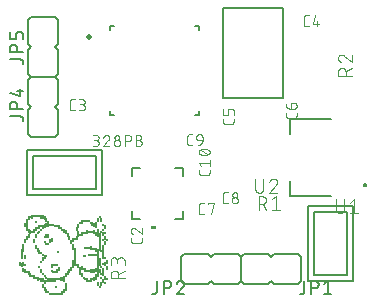
<source format=gto>
G04 EAGLE Gerber RS-274X export*
G75*
%MOMM*%
%FSLAX34Y34*%
%LPD*%
%INSilkscreen Top*%
%IPPOS*%
%AMOC8*
5,1,8,0,0,1.08239X$1,22.5*%
G01*
%ADD10R,0.150000X0.150000*%
%ADD11R,0.150000X0.300000*%
%ADD12R,0.150000X0.450000*%
%ADD13R,0.150000X0.750000*%
%ADD14R,0.150000X1.200000*%
%ADD15R,0.150000X1.650000*%
%ADD16R,0.150000X2.400000*%
%ADD17R,0.150000X0.600000*%
%ADD18R,0.150000X1.500000*%
%ADD19R,0.150000X1.050000*%
%ADD20R,0.150000X0.900000*%
%ADD21C,0.152400*%
%ADD22C,0.076200*%
%ADD23C,0.150000*%
%ADD24C,0.500000*%
%ADD25C,0.127000*%
%ADD26C,0.101600*%
%ADD27C,0.200000*%

G36*
X130737Y64010D02*
X130737Y64010D01*
X130739Y64009D01*
X130782Y64029D01*
X130826Y64047D01*
X130826Y64049D01*
X130828Y64050D01*
X130861Y64135D01*
X130861Y66675D01*
X130860Y66677D01*
X130861Y66679D01*
X130841Y66722D01*
X130823Y66766D01*
X130821Y66766D01*
X130820Y66768D01*
X130735Y66801D01*
X126925Y66801D01*
X126923Y66800D01*
X126921Y66801D01*
X126878Y66781D01*
X126834Y66763D01*
X126834Y66761D01*
X126832Y66760D01*
X126799Y66675D01*
X126799Y64135D01*
X126800Y64133D01*
X126799Y64131D01*
X126819Y64088D01*
X126837Y64044D01*
X126839Y64044D01*
X126840Y64042D01*
X126925Y64009D01*
X130735Y64009D01*
X130737Y64010D01*
G37*
D10*
X89041Y21249D03*
D11*
X89041Y30999D03*
D12*
X89041Y36249D03*
D10*
X89041Y54249D03*
X87541Y18249D03*
D12*
X87541Y22749D03*
D11*
X87541Y33999D03*
D10*
X87541Y39249D03*
D11*
X87541Y51999D03*
X87541Y56499D03*
D10*
X87541Y60249D03*
D11*
X87541Y65499D03*
D12*
X86041Y19749D03*
D13*
X86041Y27249D03*
D10*
X86041Y34749D03*
D14*
X86041Y44499D03*
D10*
X86041Y54249D03*
D11*
X86041Y59499D03*
D10*
X86041Y63249D03*
X86041Y67749D03*
D11*
X84541Y17499D03*
D10*
X84541Y22749D03*
X84541Y25749D03*
X84541Y31749D03*
X84541Y45249D03*
X84541Y61749D03*
D11*
X84541Y71499D03*
D10*
X83041Y15249D03*
D11*
X83041Y27999D03*
D13*
X83041Y36249D03*
D15*
X83041Y52749D03*
D10*
X83041Y73749D03*
D11*
X81541Y17499D03*
D16*
X81541Y35499D03*
D13*
X81541Y60249D03*
D11*
X81541Y71499D03*
D17*
X80041Y23499D03*
D11*
X80041Y29499D03*
D10*
X80041Y42249D03*
D11*
X80041Y45999D03*
X80041Y59499D03*
D17*
X80041Y66999D03*
D11*
X78541Y21999D03*
X78541Y27999D03*
D10*
X78541Y42249D03*
X78541Y46749D03*
D11*
X78541Y60999D03*
X78541Y66999D03*
D10*
X77041Y21249D03*
D11*
X77041Y27999D03*
D10*
X77041Y42249D03*
X77041Y46749D03*
X77041Y61749D03*
D11*
X77041Y68499D03*
X75541Y20499D03*
X75541Y27999D03*
D10*
X75541Y42249D03*
D11*
X75541Y47499D03*
D10*
X75541Y61749D03*
X75541Y69249D03*
X74041Y19749D03*
X74041Y28749D03*
X74041Y42249D03*
X74041Y48249D03*
X74041Y61749D03*
X74041Y70749D03*
D11*
X72541Y20499D03*
D10*
X72541Y28749D03*
X72541Y48249D03*
D11*
X72541Y60999D03*
D10*
X72541Y70749D03*
X71041Y21249D03*
D11*
X71041Y29499D03*
D10*
X71041Y40749D03*
X71041Y48249D03*
X71041Y60249D03*
X71041Y70749D03*
X69541Y22749D03*
X69541Y30249D03*
X69541Y40749D03*
X69541Y60249D03*
X69541Y70749D03*
D11*
X68041Y24999D03*
X68041Y30999D03*
X68041Y59499D03*
X68041Y69999D03*
D13*
X66541Y28749D03*
D10*
X66541Y58749D03*
X66541Y69249D03*
D11*
X65041Y32499D03*
D17*
X65041Y59499D03*
D12*
X65041Y66249D03*
D10*
X63541Y33249D03*
D11*
X63541Y56499D03*
X63541Y63999D03*
D18*
X62041Y39999D03*
D10*
X62041Y55749D03*
D13*
X60541Y34749D03*
D17*
X60541Y48999D03*
D11*
X60541Y54999D03*
D12*
X59041Y30249D03*
X59041Y52749D03*
D11*
X57541Y27999D03*
X57541Y56499D03*
X56041Y26499D03*
D12*
X56041Y58749D03*
D13*
X54541Y15249D03*
D11*
X54541Y24999D03*
X54541Y60999D03*
X53041Y11499D03*
D17*
X53041Y21999D03*
D11*
X53041Y62499D03*
X51541Y9999D03*
X51541Y21999D03*
D10*
X51541Y63249D03*
X50041Y9249D03*
D11*
X50041Y21999D03*
D10*
X50041Y64749D03*
X48541Y9249D03*
X48541Y21249D03*
D12*
X48541Y30249D03*
D11*
X48541Y65499D03*
D10*
X47041Y9249D03*
X47041Y21249D03*
D12*
X47041Y28749D03*
D10*
X47041Y33249D03*
X47041Y66249D03*
X45541Y9249D03*
D11*
X45541Y20499D03*
D10*
X45541Y27249D03*
X45541Y33249D03*
X45541Y66249D03*
X44041Y9249D03*
D11*
X44041Y20499D03*
D10*
X44041Y27249D03*
X44041Y33249D03*
X44041Y67749D03*
X42541Y9249D03*
D11*
X42541Y20499D03*
D10*
X42541Y28749D03*
D11*
X42541Y32499D03*
D12*
X42541Y54249D03*
D10*
X42541Y67749D03*
X41041Y9249D03*
D11*
X41041Y20499D03*
X41041Y53499D03*
D10*
X41041Y67749D03*
X39541Y10749D03*
D11*
X39541Y20499D03*
D10*
X39541Y51249D03*
D11*
X39541Y57999D03*
D17*
X39541Y68499D03*
D11*
X38041Y11499D03*
D10*
X38041Y19749D03*
X38041Y22749D03*
X38041Y40749D03*
X38041Y51249D03*
D11*
X38041Y57999D03*
X38041Y66999D03*
X38041Y71499D03*
X36541Y12999D03*
X36541Y18999D03*
D10*
X36541Y24249D03*
D11*
X36541Y39999D03*
D10*
X36541Y52749D03*
X36541Y57249D03*
D12*
X36541Y66249D03*
D11*
X36541Y72999D03*
X35041Y15999D03*
X35041Y20499D03*
D10*
X35041Y25749D03*
D11*
X35041Y38499D03*
D10*
X35041Y42249D03*
D11*
X35041Y65499D03*
X35041Y74499D03*
X33541Y20499D03*
X33541Y27999D03*
D10*
X33541Y36249D03*
X33541Y43749D03*
X33541Y63249D03*
X33541Y66249D03*
D11*
X33541Y74499D03*
D10*
X32041Y21249D03*
X32041Y31749D03*
D11*
X32041Y44499D03*
D10*
X32041Y61749D03*
D11*
X32041Y65499D03*
D10*
X32041Y75249D03*
D11*
X30541Y21999D03*
X30541Y45999D03*
D10*
X30541Y60249D03*
X30541Y64749D03*
X30541Y75249D03*
X29041Y22749D03*
D11*
X29041Y48999D03*
X29041Y57999D03*
X29041Y63999D03*
D10*
X29041Y75249D03*
D11*
X27541Y23499D03*
X27541Y53499D03*
X27541Y62499D03*
D10*
X27541Y75249D03*
X26041Y24249D03*
X26041Y61749D03*
D11*
X26041Y74499D03*
X24541Y24999D03*
X24541Y60999D03*
D10*
X24541Y73749D03*
D11*
X23041Y26499D03*
X23041Y57999D03*
X23041Y62499D03*
X23041Y72999D03*
D10*
X21541Y27249D03*
D11*
X21541Y56499D03*
D19*
X21541Y67749D03*
D11*
X20041Y27999D03*
D10*
X20041Y33249D03*
D11*
X20041Y39999D03*
X20041Y53499D03*
D12*
X20041Y67749D03*
D11*
X18541Y29499D03*
D12*
X18541Y34749D03*
D13*
X18541Y48249D03*
D12*
X17041Y33249D03*
D20*
X17041Y42999D03*
D12*
X15541Y34749D03*
D10*
X48200Y44455D03*
X29124Y69639D03*
X46515Y15254D03*
D21*
X110236Y108458D02*
X110236Y115824D01*
X110236Y72136D02*
X117602Y72136D01*
X153924Y72136D02*
X153924Y79502D01*
X153924Y115824D02*
X146558Y115824D01*
X117602Y115824D02*
X110236Y115824D01*
X110236Y79502D02*
X110236Y72136D01*
X146558Y72136D02*
X153924Y72136D01*
X153924Y108458D02*
X153924Y115824D01*
D22*
X215011Y106553D02*
X215011Y97931D01*
X215013Y97817D01*
X215019Y97702D01*
X215029Y97588D01*
X215043Y97475D01*
X215060Y97361D01*
X215082Y97249D01*
X215107Y97137D01*
X215137Y97027D01*
X215170Y96917D01*
X215207Y96809D01*
X215247Y96702D01*
X215292Y96596D01*
X215339Y96492D01*
X215391Y96390D01*
X215446Y96290D01*
X215504Y96191D01*
X215566Y96095D01*
X215631Y96000D01*
X215699Y95909D01*
X215771Y95819D01*
X215845Y95732D01*
X215922Y95648D01*
X216003Y95566D01*
X216086Y95487D01*
X216171Y95411D01*
X216260Y95338D01*
X216350Y95269D01*
X216443Y95202D01*
X216539Y95139D01*
X216636Y95079D01*
X216736Y95022D01*
X216837Y94969D01*
X216940Y94919D01*
X217045Y94873D01*
X217151Y94830D01*
X217259Y94792D01*
X217368Y94757D01*
X217478Y94726D01*
X217589Y94698D01*
X217701Y94675D01*
X217814Y94655D01*
X217927Y94639D01*
X218041Y94627D01*
X218155Y94619D01*
X218270Y94615D01*
X218384Y94615D01*
X218499Y94619D01*
X218613Y94627D01*
X218727Y94639D01*
X218840Y94655D01*
X218953Y94675D01*
X219065Y94698D01*
X219176Y94726D01*
X219286Y94757D01*
X219395Y94792D01*
X219503Y94830D01*
X219609Y94873D01*
X219714Y94919D01*
X219817Y94969D01*
X219918Y95022D01*
X220018Y95079D01*
X220115Y95139D01*
X220211Y95202D01*
X220304Y95269D01*
X220394Y95338D01*
X220483Y95411D01*
X220568Y95487D01*
X220651Y95566D01*
X220732Y95648D01*
X220809Y95732D01*
X220883Y95819D01*
X220955Y95909D01*
X221023Y96000D01*
X221088Y96095D01*
X221150Y96191D01*
X221208Y96290D01*
X221263Y96390D01*
X221315Y96492D01*
X221362Y96596D01*
X221407Y96702D01*
X221447Y96809D01*
X221484Y96917D01*
X221517Y97027D01*
X221547Y97137D01*
X221572Y97249D01*
X221594Y97361D01*
X221611Y97475D01*
X221625Y97588D01*
X221635Y97702D01*
X221641Y97817D01*
X221643Y97931D01*
X221643Y106553D01*
X230470Y106554D02*
X230577Y106552D01*
X230683Y106546D01*
X230789Y106537D01*
X230895Y106524D01*
X231000Y106507D01*
X231105Y106486D01*
X231208Y106461D01*
X231311Y106433D01*
X231413Y106401D01*
X231513Y106366D01*
X231612Y106327D01*
X231710Y106284D01*
X231806Y106238D01*
X231901Y106189D01*
X231993Y106136D01*
X232084Y106080D01*
X232172Y106021D01*
X232259Y105959D01*
X232343Y105893D01*
X232425Y105825D01*
X232504Y105754D01*
X232581Y105680D01*
X232655Y105603D01*
X232726Y105524D01*
X232794Y105442D01*
X232860Y105358D01*
X232922Y105271D01*
X232981Y105183D01*
X233037Y105092D01*
X233090Y105000D01*
X233139Y104905D01*
X233185Y104809D01*
X233228Y104711D01*
X233267Y104612D01*
X233302Y104512D01*
X233334Y104410D01*
X233362Y104307D01*
X233387Y104204D01*
X233408Y104099D01*
X233425Y103994D01*
X233438Y103888D01*
X233447Y103782D01*
X233453Y103676D01*
X233455Y103569D01*
X230470Y106553D02*
X230349Y106551D01*
X230229Y106545D01*
X230109Y106536D01*
X229989Y106523D01*
X229870Y106506D01*
X229751Y106485D01*
X229633Y106461D01*
X229516Y106432D01*
X229400Y106401D01*
X229284Y106365D01*
X229170Y106326D01*
X229058Y106283D01*
X228946Y106237D01*
X228836Y106188D01*
X228728Y106134D01*
X228622Y106078D01*
X228517Y106018D01*
X228414Y105955D01*
X228314Y105889D01*
X228215Y105820D01*
X228119Y105747D01*
X228025Y105672D01*
X227933Y105594D01*
X227844Y105512D01*
X227757Y105428D01*
X227674Y105342D01*
X227592Y105253D01*
X227514Y105161D01*
X227439Y105067D01*
X227367Y104970D01*
X227297Y104872D01*
X227231Y104771D01*
X227168Y104668D01*
X227109Y104563D01*
X227052Y104457D01*
X226999Y104348D01*
X226950Y104239D01*
X226904Y104127D01*
X226861Y104014D01*
X226823Y103900D01*
X232460Y101247D02*
X232540Y101327D01*
X232618Y101409D01*
X232692Y101493D01*
X232764Y101581D01*
X232832Y101671D01*
X232898Y101763D01*
X232960Y101857D01*
X233018Y101953D01*
X233073Y102052D01*
X233125Y102152D01*
X233173Y102254D01*
X233218Y102358D01*
X233258Y102463D01*
X233295Y102570D01*
X233329Y102678D01*
X233358Y102787D01*
X233384Y102897D01*
X233405Y103008D01*
X233423Y103119D01*
X233437Y103231D01*
X233447Y103343D01*
X233453Y103456D01*
X233455Y103569D01*
X232459Y101247D02*
X226822Y94615D01*
X233454Y94615D01*
D23*
X95040Y235620D02*
X92040Y235620D01*
X164040Y235620D02*
X167040Y235620D01*
X167040Y163620D02*
X167040Y160620D01*
X167040Y232620D02*
X167040Y235620D01*
X95040Y160620D02*
X92040Y160620D01*
X164040Y160620D02*
X167040Y160620D01*
X92040Y160620D02*
X92040Y163620D01*
X92040Y232620D02*
X92040Y235620D01*
D24*
X74040Y226120D03*
D22*
X77181Y134161D02*
X79747Y134161D01*
X79846Y134163D01*
X79946Y134169D01*
X80045Y134178D01*
X80143Y134192D01*
X80241Y134209D01*
X80339Y134230D01*
X80435Y134255D01*
X80530Y134284D01*
X80625Y134316D01*
X80717Y134352D01*
X80809Y134391D01*
X80899Y134434D01*
X80987Y134480D01*
X81073Y134530D01*
X81157Y134583D01*
X81239Y134639D01*
X81319Y134699D01*
X81396Y134761D01*
X81471Y134827D01*
X81544Y134895D01*
X81613Y134966D01*
X81680Y135040D01*
X81744Y135116D01*
X81805Y135195D01*
X81863Y135276D01*
X81918Y135359D01*
X81969Y135444D01*
X82017Y135531D01*
X82062Y135620D01*
X82103Y135711D01*
X82141Y135803D01*
X82175Y135896D01*
X82205Y135991D01*
X82232Y136087D01*
X82255Y136184D01*
X82274Y136281D01*
X82289Y136380D01*
X82301Y136479D01*
X82309Y136578D01*
X82313Y136677D01*
X82313Y136777D01*
X82309Y136876D01*
X82301Y136975D01*
X82289Y137074D01*
X82274Y137173D01*
X82255Y137270D01*
X82232Y137367D01*
X82205Y137463D01*
X82175Y137558D01*
X82141Y137651D01*
X82103Y137743D01*
X82062Y137834D01*
X82017Y137923D01*
X81969Y138010D01*
X81918Y138095D01*
X81863Y138178D01*
X81805Y138259D01*
X81744Y138338D01*
X81680Y138414D01*
X81613Y138488D01*
X81544Y138559D01*
X81471Y138627D01*
X81396Y138693D01*
X81319Y138755D01*
X81239Y138815D01*
X81157Y138871D01*
X81073Y138924D01*
X80987Y138974D01*
X80899Y139020D01*
X80809Y139063D01*
X80717Y139102D01*
X80625Y139138D01*
X80530Y139170D01*
X80435Y139199D01*
X80339Y139224D01*
X80241Y139245D01*
X80143Y139262D01*
X80045Y139276D01*
X79946Y139285D01*
X79846Y139291D01*
X79747Y139293D01*
X80260Y143399D02*
X77181Y143399D01*
X80260Y143399D02*
X80350Y143397D01*
X80439Y143391D01*
X80528Y143381D01*
X80616Y143368D01*
X80704Y143350D01*
X80791Y143329D01*
X80877Y143304D01*
X80962Y143275D01*
X81046Y143243D01*
X81128Y143207D01*
X81208Y143167D01*
X81287Y143124D01*
X81363Y143077D01*
X81438Y143028D01*
X81510Y142975D01*
X81580Y142919D01*
X81647Y142860D01*
X81712Y142798D01*
X81774Y142733D01*
X81833Y142666D01*
X81889Y142596D01*
X81942Y142524D01*
X81991Y142449D01*
X82038Y142373D01*
X82081Y142294D01*
X82121Y142214D01*
X82157Y142132D01*
X82189Y142048D01*
X82218Y141963D01*
X82243Y141877D01*
X82264Y141790D01*
X82282Y141702D01*
X82295Y141614D01*
X82305Y141525D01*
X82311Y141436D01*
X82313Y141346D01*
X82311Y141256D01*
X82305Y141167D01*
X82295Y141078D01*
X82282Y140990D01*
X82264Y140902D01*
X82243Y140815D01*
X82218Y140729D01*
X82189Y140644D01*
X82157Y140560D01*
X82121Y140478D01*
X82081Y140398D01*
X82038Y140320D01*
X81991Y140243D01*
X81942Y140168D01*
X81889Y140096D01*
X81833Y140026D01*
X81774Y139959D01*
X81712Y139894D01*
X81647Y139832D01*
X81580Y139773D01*
X81510Y139717D01*
X81438Y139664D01*
X81363Y139615D01*
X81287Y139568D01*
X81208Y139525D01*
X81128Y139485D01*
X81046Y139449D01*
X80962Y139417D01*
X80877Y139388D01*
X80791Y139363D01*
X80704Y139342D01*
X80616Y139324D01*
X80528Y139311D01*
X80439Y139301D01*
X80350Y139295D01*
X80260Y139293D01*
X78207Y139293D01*
X89004Y143399D02*
X89097Y143397D01*
X89190Y143392D01*
X89282Y143382D01*
X89375Y143369D01*
X89466Y143352D01*
X89557Y143332D01*
X89647Y143308D01*
X89736Y143280D01*
X89823Y143249D01*
X89909Y143214D01*
X89994Y143176D01*
X90078Y143134D01*
X90159Y143090D01*
X90239Y143041D01*
X90316Y142990D01*
X90392Y142936D01*
X90465Y142878D01*
X90536Y142818D01*
X90604Y142755D01*
X90670Y142689D01*
X90733Y142621D01*
X90793Y142550D01*
X90851Y142477D01*
X90905Y142401D01*
X90956Y142324D01*
X91005Y142244D01*
X91049Y142163D01*
X91091Y142079D01*
X91129Y141994D01*
X91164Y141908D01*
X91195Y141821D01*
X91223Y141732D01*
X91247Y141642D01*
X91267Y141551D01*
X91284Y141460D01*
X91297Y141367D01*
X91307Y141275D01*
X91312Y141182D01*
X91314Y141089D01*
X89004Y143399D02*
X88897Y143397D01*
X88791Y143391D01*
X88685Y143382D01*
X88579Y143368D01*
X88474Y143351D01*
X88369Y143330D01*
X88266Y143306D01*
X88163Y143277D01*
X88061Y143245D01*
X87961Y143210D01*
X87862Y143170D01*
X87764Y143127D01*
X87668Y143081D01*
X87574Y143031D01*
X87481Y142978D01*
X87391Y142922D01*
X87302Y142862D01*
X87216Y142800D01*
X87132Y142734D01*
X87051Y142665D01*
X86972Y142594D01*
X86895Y142519D01*
X86822Y142442D01*
X86751Y142363D01*
X86683Y142280D01*
X86618Y142196D01*
X86556Y142109D01*
X86498Y142020D01*
X86442Y141929D01*
X86390Y141836D01*
X86341Y141741D01*
X86296Y141645D01*
X86254Y141546D01*
X86216Y141447D01*
X86181Y141346D01*
X90544Y139292D02*
X90612Y139360D01*
X90677Y139430D01*
X90740Y139502D01*
X90800Y139577D01*
X90857Y139654D01*
X90910Y139733D01*
X90961Y139814D01*
X91009Y139897D01*
X91053Y139981D01*
X91094Y140068D01*
X91132Y140156D01*
X91166Y140245D01*
X91197Y140336D01*
X91224Y140427D01*
X91248Y140520D01*
X91268Y140614D01*
X91285Y140708D01*
X91297Y140803D01*
X91307Y140898D01*
X91312Y140993D01*
X91314Y141089D01*
X90543Y139293D02*
X86181Y134161D01*
X91313Y134161D01*
X95181Y136727D02*
X95183Y136826D01*
X95189Y136926D01*
X95198Y137025D01*
X95212Y137123D01*
X95229Y137221D01*
X95250Y137319D01*
X95275Y137415D01*
X95304Y137510D01*
X95336Y137605D01*
X95372Y137697D01*
X95411Y137789D01*
X95454Y137879D01*
X95500Y137967D01*
X95550Y138053D01*
X95603Y138137D01*
X95659Y138219D01*
X95719Y138299D01*
X95781Y138376D01*
X95847Y138451D01*
X95915Y138524D01*
X95986Y138593D01*
X96060Y138660D01*
X96136Y138724D01*
X96215Y138785D01*
X96296Y138843D01*
X96379Y138898D01*
X96464Y138949D01*
X96551Y138997D01*
X96640Y139042D01*
X96731Y139083D01*
X96823Y139121D01*
X96916Y139155D01*
X97011Y139185D01*
X97107Y139212D01*
X97204Y139235D01*
X97301Y139254D01*
X97400Y139269D01*
X97499Y139281D01*
X97598Y139289D01*
X97697Y139293D01*
X97797Y139293D01*
X97896Y139289D01*
X97995Y139281D01*
X98094Y139269D01*
X98193Y139254D01*
X98290Y139235D01*
X98387Y139212D01*
X98483Y139185D01*
X98578Y139155D01*
X98671Y139121D01*
X98763Y139083D01*
X98854Y139042D01*
X98943Y138997D01*
X99030Y138949D01*
X99115Y138898D01*
X99198Y138843D01*
X99279Y138785D01*
X99358Y138724D01*
X99434Y138660D01*
X99508Y138593D01*
X99579Y138524D01*
X99647Y138451D01*
X99713Y138376D01*
X99775Y138299D01*
X99835Y138219D01*
X99891Y138137D01*
X99944Y138053D01*
X99994Y137967D01*
X100040Y137879D01*
X100083Y137789D01*
X100122Y137697D01*
X100158Y137605D01*
X100190Y137510D01*
X100219Y137415D01*
X100244Y137319D01*
X100265Y137221D01*
X100282Y137123D01*
X100296Y137025D01*
X100305Y136926D01*
X100311Y136826D01*
X100313Y136727D01*
X100311Y136628D01*
X100305Y136528D01*
X100296Y136429D01*
X100282Y136331D01*
X100265Y136233D01*
X100244Y136135D01*
X100219Y136039D01*
X100190Y135944D01*
X100158Y135849D01*
X100122Y135757D01*
X100083Y135665D01*
X100040Y135575D01*
X99994Y135487D01*
X99944Y135401D01*
X99891Y135317D01*
X99835Y135235D01*
X99775Y135155D01*
X99713Y135078D01*
X99647Y135003D01*
X99579Y134930D01*
X99508Y134861D01*
X99434Y134794D01*
X99358Y134730D01*
X99279Y134669D01*
X99198Y134611D01*
X99115Y134556D01*
X99030Y134505D01*
X98943Y134457D01*
X98854Y134412D01*
X98763Y134371D01*
X98671Y134333D01*
X98578Y134299D01*
X98483Y134269D01*
X98387Y134242D01*
X98290Y134219D01*
X98193Y134200D01*
X98094Y134185D01*
X97995Y134173D01*
X97896Y134165D01*
X97797Y134161D01*
X97697Y134161D01*
X97598Y134165D01*
X97499Y134173D01*
X97400Y134185D01*
X97301Y134200D01*
X97204Y134219D01*
X97107Y134242D01*
X97011Y134269D01*
X96916Y134299D01*
X96823Y134333D01*
X96731Y134371D01*
X96640Y134412D01*
X96551Y134457D01*
X96464Y134505D01*
X96379Y134556D01*
X96296Y134611D01*
X96215Y134669D01*
X96136Y134730D01*
X96060Y134794D01*
X95986Y134861D01*
X95915Y134930D01*
X95847Y135003D01*
X95781Y135078D01*
X95719Y135155D01*
X95659Y135235D01*
X95603Y135317D01*
X95550Y135401D01*
X95500Y135487D01*
X95454Y135575D01*
X95411Y135665D01*
X95372Y135757D01*
X95336Y135849D01*
X95304Y135944D01*
X95275Y136039D01*
X95250Y136135D01*
X95229Y136233D01*
X95212Y136331D01*
X95198Y136429D01*
X95189Y136528D01*
X95183Y136628D01*
X95181Y136727D01*
X95694Y141346D02*
X95696Y141436D01*
X95702Y141525D01*
X95712Y141614D01*
X95725Y141702D01*
X95743Y141790D01*
X95764Y141877D01*
X95789Y141963D01*
X95818Y142048D01*
X95850Y142132D01*
X95886Y142214D01*
X95926Y142294D01*
X95969Y142373D01*
X96016Y142449D01*
X96065Y142524D01*
X96118Y142596D01*
X96174Y142666D01*
X96233Y142733D01*
X96295Y142798D01*
X96360Y142860D01*
X96427Y142919D01*
X96497Y142975D01*
X96569Y143028D01*
X96644Y143077D01*
X96721Y143124D01*
X96799Y143167D01*
X96879Y143207D01*
X96961Y143243D01*
X97045Y143275D01*
X97130Y143304D01*
X97216Y143329D01*
X97303Y143350D01*
X97391Y143368D01*
X97479Y143381D01*
X97568Y143391D01*
X97657Y143397D01*
X97747Y143399D01*
X97837Y143397D01*
X97926Y143391D01*
X98015Y143381D01*
X98103Y143368D01*
X98191Y143350D01*
X98278Y143329D01*
X98364Y143304D01*
X98449Y143275D01*
X98533Y143243D01*
X98615Y143207D01*
X98695Y143167D01*
X98774Y143124D01*
X98850Y143077D01*
X98925Y143028D01*
X98997Y142975D01*
X99067Y142919D01*
X99134Y142860D01*
X99199Y142798D01*
X99261Y142733D01*
X99320Y142666D01*
X99376Y142596D01*
X99429Y142524D01*
X99478Y142449D01*
X99525Y142373D01*
X99568Y142294D01*
X99608Y142214D01*
X99644Y142132D01*
X99676Y142048D01*
X99705Y141963D01*
X99730Y141877D01*
X99751Y141790D01*
X99769Y141702D01*
X99782Y141614D01*
X99792Y141525D01*
X99798Y141436D01*
X99800Y141346D01*
X99798Y141256D01*
X99792Y141167D01*
X99782Y141078D01*
X99769Y140990D01*
X99751Y140902D01*
X99730Y140815D01*
X99705Y140729D01*
X99676Y140644D01*
X99644Y140560D01*
X99608Y140478D01*
X99568Y140398D01*
X99525Y140320D01*
X99478Y140243D01*
X99429Y140168D01*
X99376Y140096D01*
X99320Y140026D01*
X99261Y139959D01*
X99199Y139894D01*
X99134Y139832D01*
X99067Y139773D01*
X98997Y139717D01*
X98925Y139664D01*
X98850Y139615D01*
X98774Y139568D01*
X98695Y139525D01*
X98615Y139485D01*
X98533Y139449D01*
X98449Y139417D01*
X98364Y139388D01*
X98278Y139363D01*
X98191Y139342D01*
X98103Y139324D01*
X98015Y139311D01*
X97926Y139301D01*
X97837Y139295D01*
X97747Y139293D01*
X97657Y139295D01*
X97568Y139301D01*
X97479Y139311D01*
X97391Y139324D01*
X97303Y139342D01*
X97216Y139363D01*
X97130Y139388D01*
X97045Y139417D01*
X96961Y139449D01*
X96879Y139485D01*
X96799Y139525D01*
X96721Y139568D01*
X96644Y139615D01*
X96569Y139664D01*
X96497Y139717D01*
X96427Y139773D01*
X96360Y139832D01*
X96295Y139894D01*
X96233Y139959D01*
X96174Y140026D01*
X96118Y140096D01*
X96065Y140168D01*
X96016Y140243D01*
X95969Y140320D01*
X95926Y140398D01*
X95886Y140478D01*
X95850Y140560D01*
X95818Y140644D01*
X95789Y140729D01*
X95764Y140815D01*
X95743Y140902D01*
X95725Y140990D01*
X95712Y141078D01*
X95702Y141167D01*
X95696Y141256D01*
X95694Y141346D01*
X104611Y143399D02*
X104611Y134161D01*
X104611Y143399D02*
X107177Y143399D01*
X107276Y143397D01*
X107376Y143391D01*
X107475Y143382D01*
X107573Y143368D01*
X107671Y143351D01*
X107769Y143330D01*
X107865Y143305D01*
X107960Y143276D01*
X108055Y143244D01*
X108147Y143208D01*
X108239Y143169D01*
X108329Y143126D01*
X108417Y143080D01*
X108503Y143030D01*
X108587Y142977D01*
X108669Y142921D01*
X108749Y142861D01*
X108826Y142799D01*
X108901Y142733D01*
X108974Y142665D01*
X109043Y142594D01*
X109110Y142520D01*
X109174Y142444D01*
X109235Y142365D01*
X109293Y142284D01*
X109348Y142201D01*
X109399Y142116D01*
X109447Y142029D01*
X109492Y141940D01*
X109533Y141849D01*
X109571Y141757D01*
X109605Y141664D01*
X109635Y141569D01*
X109662Y141473D01*
X109685Y141376D01*
X109704Y141279D01*
X109719Y141180D01*
X109731Y141081D01*
X109739Y140982D01*
X109743Y140883D01*
X109743Y140783D01*
X109739Y140684D01*
X109731Y140585D01*
X109719Y140486D01*
X109704Y140387D01*
X109685Y140290D01*
X109662Y140193D01*
X109635Y140097D01*
X109605Y140002D01*
X109571Y139909D01*
X109533Y139817D01*
X109492Y139726D01*
X109447Y139637D01*
X109399Y139550D01*
X109348Y139465D01*
X109293Y139382D01*
X109235Y139301D01*
X109174Y139222D01*
X109110Y139146D01*
X109043Y139072D01*
X108974Y139001D01*
X108901Y138933D01*
X108826Y138867D01*
X108749Y138805D01*
X108669Y138745D01*
X108587Y138689D01*
X108503Y138636D01*
X108417Y138586D01*
X108329Y138540D01*
X108239Y138497D01*
X108147Y138458D01*
X108055Y138422D01*
X107960Y138390D01*
X107865Y138361D01*
X107769Y138336D01*
X107671Y138315D01*
X107573Y138298D01*
X107475Y138284D01*
X107376Y138275D01*
X107276Y138269D01*
X107177Y138267D01*
X104611Y138267D01*
X113611Y139293D02*
X116177Y139293D01*
X116276Y139291D01*
X116376Y139285D01*
X116475Y139276D01*
X116573Y139262D01*
X116671Y139245D01*
X116769Y139224D01*
X116865Y139199D01*
X116960Y139170D01*
X117055Y139138D01*
X117147Y139102D01*
X117239Y139063D01*
X117329Y139020D01*
X117417Y138974D01*
X117503Y138924D01*
X117587Y138871D01*
X117669Y138815D01*
X117749Y138755D01*
X117826Y138693D01*
X117901Y138627D01*
X117974Y138559D01*
X118043Y138488D01*
X118110Y138414D01*
X118174Y138338D01*
X118235Y138259D01*
X118293Y138178D01*
X118348Y138095D01*
X118399Y138010D01*
X118447Y137923D01*
X118492Y137834D01*
X118533Y137743D01*
X118571Y137651D01*
X118605Y137558D01*
X118635Y137463D01*
X118662Y137367D01*
X118685Y137270D01*
X118704Y137173D01*
X118719Y137074D01*
X118731Y136975D01*
X118739Y136876D01*
X118743Y136777D01*
X118743Y136677D01*
X118739Y136578D01*
X118731Y136479D01*
X118719Y136380D01*
X118704Y136281D01*
X118685Y136184D01*
X118662Y136087D01*
X118635Y135991D01*
X118605Y135896D01*
X118571Y135803D01*
X118533Y135711D01*
X118492Y135620D01*
X118447Y135531D01*
X118399Y135444D01*
X118348Y135359D01*
X118293Y135276D01*
X118235Y135195D01*
X118174Y135116D01*
X118110Y135040D01*
X118043Y134966D01*
X117974Y134895D01*
X117901Y134827D01*
X117826Y134761D01*
X117749Y134699D01*
X117669Y134639D01*
X117587Y134583D01*
X117503Y134530D01*
X117417Y134480D01*
X117329Y134434D01*
X117239Y134391D01*
X117147Y134352D01*
X117055Y134316D01*
X116960Y134284D01*
X116865Y134255D01*
X116769Y134230D01*
X116671Y134209D01*
X116573Y134192D01*
X116475Y134178D01*
X116376Y134169D01*
X116276Y134163D01*
X116177Y134161D01*
X113611Y134161D01*
X113611Y143399D01*
X116177Y143399D01*
X116267Y143397D01*
X116356Y143391D01*
X116445Y143381D01*
X116533Y143368D01*
X116621Y143350D01*
X116708Y143329D01*
X116794Y143304D01*
X116879Y143275D01*
X116963Y143243D01*
X117045Y143207D01*
X117125Y143167D01*
X117204Y143124D01*
X117280Y143077D01*
X117355Y143028D01*
X117427Y142975D01*
X117497Y142919D01*
X117564Y142860D01*
X117629Y142798D01*
X117691Y142733D01*
X117750Y142666D01*
X117806Y142596D01*
X117859Y142524D01*
X117908Y142449D01*
X117955Y142373D01*
X117998Y142294D01*
X118038Y142214D01*
X118074Y142132D01*
X118106Y142048D01*
X118135Y141963D01*
X118160Y141877D01*
X118181Y141790D01*
X118199Y141702D01*
X118212Y141614D01*
X118222Y141525D01*
X118228Y141436D01*
X118230Y141346D01*
X118228Y141256D01*
X118222Y141167D01*
X118212Y141078D01*
X118199Y140990D01*
X118181Y140902D01*
X118160Y140815D01*
X118135Y140729D01*
X118106Y140644D01*
X118074Y140560D01*
X118038Y140478D01*
X117998Y140398D01*
X117955Y140320D01*
X117908Y140243D01*
X117859Y140168D01*
X117806Y140096D01*
X117750Y140026D01*
X117691Y139959D01*
X117629Y139894D01*
X117564Y139832D01*
X117497Y139773D01*
X117427Y139717D01*
X117355Y139664D01*
X117280Y139615D01*
X117204Y139568D01*
X117125Y139525D01*
X117045Y139485D01*
X116963Y139449D01*
X116879Y139417D01*
X116794Y139388D01*
X116708Y139363D01*
X116621Y139342D01*
X116533Y139324D01*
X116445Y139311D01*
X116356Y139301D01*
X116267Y139295D01*
X116177Y139293D01*
X189341Y85611D02*
X191429Y85611D01*
X189341Y85611D02*
X189252Y85613D01*
X189164Y85619D01*
X189076Y85628D01*
X188988Y85641D01*
X188901Y85658D01*
X188815Y85678D01*
X188730Y85703D01*
X188645Y85730D01*
X188562Y85762D01*
X188481Y85796D01*
X188401Y85835D01*
X188323Y85876D01*
X188246Y85921D01*
X188172Y85969D01*
X188099Y86020D01*
X188029Y86074D01*
X187962Y86132D01*
X187896Y86192D01*
X187834Y86254D01*
X187774Y86320D01*
X187716Y86387D01*
X187662Y86457D01*
X187611Y86530D01*
X187563Y86604D01*
X187518Y86681D01*
X187477Y86759D01*
X187438Y86839D01*
X187404Y86920D01*
X187372Y87003D01*
X187345Y87088D01*
X187320Y87173D01*
X187300Y87259D01*
X187283Y87346D01*
X187270Y87434D01*
X187261Y87522D01*
X187255Y87610D01*
X187253Y87699D01*
X187252Y87699D02*
X187252Y92921D01*
X187253Y92921D02*
X187255Y93012D01*
X187261Y93103D01*
X187271Y93194D01*
X187285Y93284D01*
X187302Y93373D01*
X187324Y93461D01*
X187350Y93549D01*
X187379Y93635D01*
X187412Y93720D01*
X187449Y93803D01*
X187489Y93885D01*
X187533Y93965D01*
X187580Y94043D01*
X187631Y94119D01*
X187684Y94192D01*
X187741Y94263D01*
X187802Y94332D01*
X187865Y94397D01*
X187930Y94460D01*
X187999Y94520D01*
X188070Y94578D01*
X188143Y94631D01*
X188219Y94682D01*
X188297Y94729D01*
X188377Y94773D01*
X188459Y94813D01*
X188542Y94850D01*
X188627Y94883D01*
X188713Y94912D01*
X188801Y94938D01*
X188889Y94960D01*
X188978Y94977D01*
X189068Y94991D01*
X189159Y95001D01*
X189250Y95007D01*
X189341Y95009D01*
X191429Y95009D01*
X194897Y88222D02*
X194899Y88323D01*
X194905Y88424D01*
X194915Y88525D01*
X194928Y88625D01*
X194946Y88725D01*
X194967Y88824D01*
X194993Y88922D01*
X195022Y89019D01*
X195054Y89115D01*
X195091Y89209D01*
X195131Y89302D01*
X195175Y89394D01*
X195222Y89483D01*
X195273Y89571D01*
X195327Y89657D01*
X195384Y89740D01*
X195444Y89822D01*
X195508Y89900D01*
X195574Y89977D01*
X195644Y90050D01*
X195716Y90121D01*
X195791Y90189D01*
X195869Y90254D01*
X195949Y90316D01*
X196031Y90375D01*
X196116Y90431D01*
X196203Y90483D01*
X196291Y90532D01*
X196382Y90578D01*
X196474Y90619D01*
X196568Y90658D01*
X196663Y90692D01*
X196759Y90723D01*
X196857Y90750D01*
X196955Y90774D01*
X197055Y90793D01*
X197155Y90809D01*
X197255Y90821D01*
X197356Y90829D01*
X197457Y90833D01*
X197559Y90833D01*
X197660Y90829D01*
X197761Y90821D01*
X197861Y90809D01*
X197961Y90793D01*
X198061Y90774D01*
X198159Y90750D01*
X198257Y90723D01*
X198353Y90692D01*
X198448Y90658D01*
X198542Y90619D01*
X198634Y90578D01*
X198725Y90532D01*
X198814Y90483D01*
X198900Y90431D01*
X198985Y90375D01*
X199067Y90316D01*
X199147Y90254D01*
X199225Y90189D01*
X199300Y90121D01*
X199372Y90050D01*
X199442Y89977D01*
X199508Y89900D01*
X199572Y89822D01*
X199632Y89740D01*
X199689Y89657D01*
X199743Y89571D01*
X199794Y89483D01*
X199841Y89394D01*
X199885Y89302D01*
X199925Y89209D01*
X199962Y89115D01*
X199994Y89019D01*
X200023Y88922D01*
X200049Y88824D01*
X200070Y88725D01*
X200088Y88625D01*
X200101Y88525D01*
X200111Y88424D01*
X200117Y88323D01*
X200119Y88222D01*
X200117Y88121D01*
X200111Y88020D01*
X200101Y87919D01*
X200088Y87819D01*
X200070Y87719D01*
X200049Y87620D01*
X200023Y87522D01*
X199994Y87425D01*
X199962Y87329D01*
X199925Y87235D01*
X199885Y87142D01*
X199841Y87050D01*
X199794Y86961D01*
X199743Y86873D01*
X199689Y86787D01*
X199632Y86704D01*
X199572Y86622D01*
X199508Y86544D01*
X199442Y86467D01*
X199372Y86394D01*
X199300Y86323D01*
X199225Y86255D01*
X199147Y86190D01*
X199067Y86128D01*
X198985Y86069D01*
X198900Y86013D01*
X198813Y85961D01*
X198725Y85912D01*
X198634Y85866D01*
X198542Y85825D01*
X198448Y85786D01*
X198353Y85752D01*
X198257Y85721D01*
X198159Y85694D01*
X198061Y85670D01*
X197961Y85651D01*
X197861Y85635D01*
X197761Y85623D01*
X197660Y85615D01*
X197559Y85611D01*
X197457Y85611D01*
X197356Y85615D01*
X197255Y85623D01*
X197155Y85635D01*
X197055Y85651D01*
X196955Y85670D01*
X196857Y85694D01*
X196759Y85721D01*
X196663Y85752D01*
X196568Y85786D01*
X196474Y85825D01*
X196382Y85866D01*
X196291Y85912D01*
X196203Y85961D01*
X196116Y86013D01*
X196031Y86069D01*
X195949Y86128D01*
X195869Y86190D01*
X195791Y86255D01*
X195716Y86323D01*
X195644Y86394D01*
X195574Y86467D01*
X195508Y86544D01*
X195444Y86622D01*
X195384Y86704D01*
X195327Y86787D01*
X195273Y86873D01*
X195222Y86961D01*
X195175Y87050D01*
X195131Y87142D01*
X195091Y87235D01*
X195054Y87329D01*
X195022Y87425D01*
X194993Y87522D01*
X194967Y87620D01*
X194946Y87719D01*
X194928Y87819D01*
X194915Y87919D01*
X194905Y88020D01*
X194899Y88121D01*
X194897Y88222D01*
X195420Y92921D02*
X195422Y93011D01*
X195428Y93100D01*
X195437Y93190D01*
X195451Y93279D01*
X195468Y93367D01*
X195489Y93454D01*
X195514Y93541D01*
X195543Y93626D01*
X195575Y93710D01*
X195610Y93792D01*
X195650Y93873D01*
X195692Y93952D01*
X195738Y94029D01*
X195788Y94104D01*
X195840Y94177D01*
X195896Y94248D01*
X195954Y94316D01*
X196016Y94381D01*
X196080Y94444D01*
X196147Y94504D01*
X196216Y94561D01*
X196288Y94615D01*
X196362Y94666D01*
X196438Y94714D01*
X196516Y94758D01*
X196596Y94799D01*
X196678Y94837D01*
X196761Y94871D01*
X196846Y94901D01*
X196932Y94928D01*
X197018Y94951D01*
X197106Y94970D01*
X197195Y94985D01*
X197284Y94997D01*
X197373Y95005D01*
X197463Y95009D01*
X197553Y95009D01*
X197643Y95005D01*
X197732Y94997D01*
X197821Y94985D01*
X197910Y94970D01*
X197998Y94951D01*
X198084Y94928D01*
X198170Y94901D01*
X198255Y94871D01*
X198338Y94837D01*
X198420Y94799D01*
X198500Y94758D01*
X198578Y94714D01*
X198654Y94666D01*
X198728Y94615D01*
X198800Y94561D01*
X198869Y94504D01*
X198936Y94444D01*
X199000Y94381D01*
X199062Y94316D01*
X199120Y94248D01*
X199176Y94177D01*
X199228Y94104D01*
X199278Y94029D01*
X199324Y93952D01*
X199366Y93873D01*
X199406Y93792D01*
X199441Y93710D01*
X199473Y93626D01*
X199502Y93541D01*
X199527Y93454D01*
X199548Y93367D01*
X199565Y93279D01*
X199579Y93190D01*
X199588Y93100D01*
X199594Y93011D01*
X199596Y92921D01*
X199594Y92831D01*
X199588Y92742D01*
X199579Y92652D01*
X199565Y92563D01*
X199548Y92475D01*
X199527Y92388D01*
X199502Y92301D01*
X199473Y92216D01*
X199441Y92132D01*
X199406Y92050D01*
X199366Y91969D01*
X199324Y91890D01*
X199278Y91813D01*
X199228Y91738D01*
X199176Y91665D01*
X199120Y91594D01*
X199062Y91526D01*
X199000Y91461D01*
X198936Y91398D01*
X198869Y91338D01*
X198800Y91281D01*
X198728Y91227D01*
X198654Y91176D01*
X198578Y91128D01*
X198500Y91084D01*
X198420Y91043D01*
X198338Y91005D01*
X198255Y90971D01*
X198170Y90941D01*
X198084Y90914D01*
X197998Y90891D01*
X197910Y90872D01*
X197821Y90857D01*
X197732Y90845D01*
X197643Y90837D01*
X197553Y90833D01*
X197463Y90833D01*
X197373Y90837D01*
X197284Y90845D01*
X197195Y90857D01*
X197106Y90872D01*
X197018Y90891D01*
X196932Y90914D01*
X196846Y90941D01*
X196761Y90971D01*
X196678Y91005D01*
X196596Y91043D01*
X196516Y91084D01*
X196438Y91128D01*
X196362Y91176D01*
X196288Y91227D01*
X196216Y91281D01*
X196147Y91338D01*
X196080Y91398D01*
X196016Y91461D01*
X195954Y91526D01*
X195896Y91594D01*
X195840Y91665D01*
X195788Y91738D01*
X195738Y91813D01*
X195692Y91890D01*
X195650Y91969D01*
X195610Y92050D01*
X195575Y92132D01*
X195543Y92216D01*
X195514Y92301D01*
X195489Y92388D01*
X195468Y92475D01*
X195451Y92563D01*
X195437Y92652D01*
X195428Y92742D01*
X195422Y92831D01*
X195420Y92921D01*
X171088Y76441D02*
X168999Y76441D01*
X168910Y76443D01*
X168822Y76449D01*
X168734Y76458D01*
X168646Y76471D01*
X168559Y76488D01*
X168473Y76508D01*
X168388Y76533D01*
X168303Y76560D01*
X168220Y76592D01*
X168139Y76626D01*
X168059Y76665D01*
X167981Y76706D01*
X167904Y76751D01*
X167830Y76799D01*
X167757Y76850D01*
X167687Y76904D01*
X167620Y76962D01*
X167554Y77022D01*
X167492Y77084D01*
X167432Y77150D01*
X167374Y77217D01*
X167320Y77287D01*
X167269Y77360D01*
X167221Y77434D01*
X167176Y77511D01*
X167135Y77589D01*
X167096Y77669D01*
X167062Y77750D01*
X167030Y77833D01*
X167003Y77918D01*
X166978Y78003D01*
X166958Y78089D01*
X166941Y78176D01*
X166928Y78264D01*
X166919Y78352D01*
X166913Y78440D01*
X166911Y78529D01*
X166911Y83751D01*
X166913Y83842D01*
X166919Y83933D01*
X166929Y84024D01*
X166943Y84114D01*
X166960Y84203D01*
X166982Y84291D01*
X167008Y84379D01*
X167037Y84465D01*
X167070Y84550D01*
X167107Y84633D01*
X167147Y84715D01*
X167191Y84795D01*
X167238Y84873D01*
X167289Y84949D01*
X167342Y85022D01*
X167399Y85093D01*
X167460Y85162D01*
X167523Y85227D01*
X167588Y85290D01*
X167657Y85350D01*
X167728Y85408D01*
X167801Y85461D01*
X167877Y85512D01*
X167955Y85559D01*
X168035Y85603D01*
X168117Y85643D01*
X168200Y85680D01*
X168285Y85713D01*
X168371Y85742D01*
X168459Y85768D01*
X168547Y85790D01*
X168636Y85807D01*
X168726Y85821D01*
X168817Y85831D01*
X168908Y85837D01*
X168999Y85839D01*
X171088Y85839D01*
X174557Y85839D02*
X174557Y84795D01*
X174557Y85839D02*
X179778Y85839D01*
X177167Y76441D01*
X118859Y56174D02*
X118859Y54086D01*
X118857Y53997D01*
X118851Y53909D01*
X118842Y53821D01*
X118829Y53733D01*
X118812Y53646D01*
X118792Y53560D01*
X118767Y53475D01*
X118740Y53390D01*
X118708Y53307D01*
X118674Y53226D01*
X118635Y53146D01*
X118594Y53068D01*
X118549Y52991D01*
X118501Y52917D01*
X118450Y52844D01*
X118396Y52774D01*
X118338Y52707D01*
X118278Y52641D01*
X118216Y52579D01*
X118150Y52519D01*
X118083Y52461D01*
X118013Y52407D01*
X117940Y52356D01*
X117866Y52308D01*
X117789Y52263D01*
X117711Y52222D01*
X117631Y52183D01*
X117550Y52149D01*
X117467Y52117D01*
X117382Y52090D01*
X117297Y52065D01*
X117211Y52045D01*
X117124Y52028D01*
X117036Y52015D01*
X116948Y52006D01*
X116860Y52000D01*
X116771Y51998D01*
X116771Y51997D02*
X111549Y51997D01*
X111458Y51999D01*
X111367Y52005D01*
X111276Y52015D01*
X111186Y52029D01*
X111097Y52047D01*
X111008Y52068D01*
X110921Y52094D01*
X110835Y52123D01*
X110750Y52156D01*
X110666Y52193D01*
X110584Y52233D01*
X110505Y52277D01*
X110427Y52324D01*
X110351Y52375D01*
X110277Y52429D01*
X110206Y52486D01*
X110138Y52546D01*
X110072Y52609D01*
X110009Y52675D01*
X109949Y52743D01*
X109892Y52814D01*
X109838Y52888D01*
X109787Y52964D01*
X109740Y53041D01*
X109696Y53121D01*
X109656Y53203D01*
X109619Y53287D01*
X109586Y53371D01*
X109557Y53458D01*
X109531Y53545D01*
X109510Y53634D01*
X109492Y53723D01*
X109478Y53813D01*
X109468Y53904D01*
X109462Y53995D01*
X109460Y54086D01*
X109461Y54086D02*
X109461Y56174D01*
X109461Y62515D02*
X109463Y62610D01*
X109469Y62704D01*
X109478Y62798D01*
X109491Y62892D01*
X109508Y62985D01*
X109529Y63077D01*
X109554Y63169D01*
X109582Y63259D01*
X109614Y63348D01*
X109649Y63436D01*
X109688Y63522D01*
X109730Y63607D01*
X109776Y63690D01*
X109825Y63771D01*
X109877Y63850D01*
X109932Y63927D01*
X109991Y64001D01*
X110052Y64073D01*
X110116Y64143D01*
X110183Y64210D01*
X110253Y64274D01*
X110325Y64335D01*
X110399Y64394D01*
X110476Y64449D01*
X110555Y64501D01*
X110636Y64550D01*
X110719Y64596D01*
X110804Y64638D01*
X110890Y64677D01*
X110978Y64712D01*
X111067Y64744D01*
X111157Y64772D01*
X111249Y64797D01*
X111341Y64818D01*
X111434Y64835D01*
X111528Y64848D01*
X111622Y64857D01*
X111716Y64863D01*
X111811Y64865D01*
X109461Y62515D02*
X109463Y62407D01*
X109469Y62298D01*
X109479Y62190D01*
X109492Y62083D01*
X109510Y61976D01*
X109531Y61869D01*
X109556Y61764D01*
X109585Y61659D01*
X109617Y61556D01*
X109654Y61454D01*
X109694Y61353D01*
X109737Y61254D01*
X109784Y61156D01*
X109835Y61060D01*
X109889Y60966D01*
X109946Y60874D01*
X110007Y60784D01*
X110071Y60696D01*
X110137Y60611D01*
X110207Y60528D01*
X110280Y60448D01*
X110356Y60370D01*
X110434Y60295D01*
X110515Y60223D01*
X110599Y60154D01*
X110685Y60088D01*
X110773Y60025D01*
X110864Y59966D01*
X110956Y59909D01*
X111051Y59856D01*
X111148Y59807D01*
X111246Y59761D01*
X111345Y59718D01*
X111447Y59679D01*
X111549Y59644D01*
X113639Y64081D02*
X113570Y64150D01*
X113499Y64216D01*
X113426Y64280D01*
X113350Y64341D01*
X113271Y64399D01*
X113191Y64453D01*
X113108Y64505D01*
X113024Y64553D01*
X112938Y64599D01*
X112850Y64640D01*
X112760Y64679D01*
X112669Y64714D01*
X112577Y64745D01*
X112484Y64773D01*
X112390Y64797D01*
X112295Y64817D01*
X112199Y64834D01*
X112102Y64847D01*
X112005Y64856D01*
X111908Y64862D01*
X111811Y64864D01*
X113638Y64081D02*
X118859Y59643D01*
X118859Y64864D01*
X61889Y164351D02*
X59801Y164351D01*
X59712Y164353D01*
X59624Y164359D01*
X59536Y164368D01*
X59448Y164381D01*
X59361Y164398D01*
X59275Y164418D01*
X59190Y164443D01*
X59105Y164470D01*
X59022Y164502D01*
X58941Y164536D01*
X58861Y164575D01*
X58783Y164616D01*
X58706Y164661D01*
X58632Y164709D01*
X58559Y164760D01*
X58489Y164814D01*
X58422Y164872D01*
X58356Y164932D01*
X58294Y164994D01*
X58234Y165060D01*
X58176Y165127D01*
X58122Y165197D01*
X58071Y165270D01*
X58023Y165344D01*
X57978Y165421D01*
X57937Y165499D01*
X57898Y165579D01*
X57864Y165660D01*
X57832Y165743D01*
X57805Y165828D01*
X57780Y165913D01*
X57760Y165999D01*
X57743Y166086D01*
X57730Y166174D01*
X57721Y166262D01*
X57715Y166350D01*
X57713Y166439D01*
X57712Y166439D02*
X57712Y171661D01*
X57713Y171661D02*
X57715Y171752D01*
X57721Y171843D01*
X57731Y171934D01*
X57745Y172024D01*
X57762Y172113D01*
X57784Y172201D01*
X57810Y172289D01*
X57839Y172375D01*
X57872Y172460D01*
X57909Y172543D01*
X57949Y172625D01*
X57993Y172705D01*
X58040Y172783D01*
X58091Y172859D01*
X58144Y172932D01*
X58201Y173003D01*
X58262Y173072D01*
X58325Y173137D01*
X58390Y173200D01*
X58459Y173260D01*
X58530Y173318D01*
X58603Y173371D01*
X58679Y173422D01*
X58757Y173469D01*
X58837Y173513D01*
X58919Y173553D01*
X59002Y173590D01*
X59087Y173623D01*
X59173Y173652D01*
X59261Y173678D01*
X59349Y173700D01*
X59438Y173717D01*
X59528Y173731D01*
X59619Y173741D01*
X59710Y173747D01*
X59801Y173749D01*
X61889Y173749D01*
X65358Y164351D02*
X67968Y164351D01*
X68069Y164353D01*
X68170Y164359D01*
X68271Y164369D01*
X68371Y164382D01*
X68471Y164400D01*
X68570Y164421D01*
X68668Y164447D01*
X68765Y164476D01*
X68861Y164508D01*
X68955Y164545D01*
X69048Y164585D01*
X69140Y164629D01*
X69229Y164676D01*
X69317Y164727D01*
X69403Y164781D01*
X69486Y164838D01*
X69568Y164898D01*
X69646Y164962D01*
X69723Y165028D01*
X69796Y165098D01*
X69867Y165170D01*
X69935Y165245D01*
X70000Y165323D01*
X70062Y165403D01*
X70121Y165485D01*
X70177Y165570D01*
X70229Y165656D01*
X70278Y165745D01*
X70324Y165836D01*
X70365Y165928D01*
X70404Y166022D01*
X70438Y166117D01*
X70469Y166213D01*
X70496Y166311D01*
X70520Y166409D01*
X70539Y166509D01*
X70555Y166609D01*
X70567Y166709D01*
X70575Y166810D01*
X70579Y166911D01*
X70579Y167013D01*
X70575Y167114D01*
X70567Y167215D01*
X70555Y167315D01*
X70539Y167415D01*
X70520Y167515D01*
X70496Y167613D01*
X70469Y167711D01*
X70438Y167807D01*
X70404Y167902D01*
X70365Y167996D01*
X70324Y168088D01*
X70278Y168179D01*
X70229Y168267D01*
X70177Y168354D01*
X70121Y168439D01*
X70062Y168521D01*
X70000Y168601D01*
X69935Y168679D01*
X69867Y168754D01*
X69796Y168826D01*
X69723Y168896D01*
X69646Y168962D01*
X69568Y169026D01*
X69486Y169086D01*
X69403Y169143D01*
X69317Y169197D01*
X69229Y169248D01*
X69140Y169295D01*
X69048Y169339D01*
X68955Y169379D01*
X68861Y169416D01*
X68765Y169448D01*
X68668Y169477D01*
X68570Y169503D01*
X68471Y169524D01*
X68371Y169542D01*
X68271Y169555D01*
X68170Y169565D01*
X68069Y169571D01*
X67968Y169573D01*
X68491Y173749D02*
X65358Y173749D01*
X68491Y173749D02*
X68581Y173747D01*
X68670Y173741D01*
X68760Y173732D01*
X68849Y173718D01*
X68937Y173701D01*
X69024Y173680D01*
X69111Y173655D01*
X69196Y173626D01*
X69280Y173594D01*
X69362Y173559D01*
X69443Y173519D01*
X69522Y173477D01*
X69599Y173431D01*
X69674Y173381D01*
X69747Y173329D01*
X69818Y173273D01*
X69886Y173215D01*
X69951Y173153D01*
X70014Y173089D01*
X70074Y173022D01*
X70131Y172953D01*
X70185Y172881D01*
X70236Y172807D01*
X70284Y172731D01*
X70328Y172653D01*
X70369Y172573D01*
X70407Y172491D01*
X70441Y172408D01*
X70471Y172323D01*
X70498Y172237D01*
X70521Y172151D01*
X70540Y172063D01*
X70555Y171974D01*
X70567Y171885D01*
X70575Y171796D01*
X70579Y171706D01*
X70579Y171616D01*
X70575Y171526D01*
X70567Y171437D01*
X70555Y171348D01*
X70540Y171259D01*
X70521Y171171D01*
X70498Y171085D01*
X70471Y170999D01*
X70441Y170914D01*
X70407Y170831D01*
X70369Y170749D01*
X70328Y170669D01*
X70284Y170591D01*
X70236Y170515D01*
X70185Y170441D01*
X70131Y170369D01*
X70074Y170300D01*
X70014Y170233D01*
X69951Y170169D01*
X69886Y170107D01*
X69818Y170049D01*
X69747Y169993D01*
X69674Y169941D01*
X69599Y169891D01*
X69522Y169845D01*
X69443Y169803D01*
X69362Y169763D01*
X69280Y169728D01*
X69196Y169696D01*
X69111Y169667D01*
X69024Y169642D01*
X68937Y169621D01*
X68849Y169604D01*
X68760Y169590D01*
X68670Y169581D01*
X68581Y169575D01*
X68491Y169573D01*
X68491Y169572D02*
X66402Y169572D01*
X257921Y235471D02*
X260009Y235471D01*
X257921Y235471D02*
X257832Y235473D01*
X257744Y235479D01*
X257656Y235488D01*
X257568Y235501D01*
X257481Y235518D01*
X257395Y235538D01*
X257310Y235563D01*
X257225Y235590D01*
X257142Y235622D01*
X257061Y235656D01*
X256981Y235695D01*
X256903Y235736D01*
X256826Y235781D01*
X256752Y235829D01*
X256679Y235880D01*
X256609Y235934D01*
X256542Y235992D01*
X256476Y236052D01*
X256414Y236114D01*
X256354Y236180D01*
X256296Y236247D01*
X256242Y236317D01*
X256191Y236390D01*
X256143Y236464D01*
X256098Y236541D01*
X256057Y236619D01*
X256018Y236699D01*
X255984Y236780D01*
X255952Y236863D01*
X255925Y236948D01*
X255900Y237033D01*
X255880Y237119D01*
X255863Y237206D01*
X255850Y237294D01*
X255841Y237382D01*
X255835Y237470D01*
X255833Y237559D01*
X255832Y237559D02*
X255832Y242781D01*
X255833Y242781D02*
X255835Y242872D01*
X255841Y242963D01*
X255851Y243054D01*
X255865Y243144D01*
X255882Y243233D01*
X255904Y243321D01*
X255930Y243409D01*
X255959Y243495D01*
X255992Y243580D01*
X256029Y243663D01*
X256069Y243745D01*
X256113Y243825D01*
X256160Y243903D01*
X256211Y243979D01*
X256264Y244052D01*
X256321Y244123D01*
X256382Y244192D01*
X256445Y244257D01*
X256510Y244320D01*
X256579Y244380D01*
X256650Y244438D01*
X256723Y244491D01*
X256799Y244542D01*
X256877Y244589D01*
X256957Y244633D01*
X257039Y244673D01*
X257122Y244710D01*
X257207Y244743D01*
X257293Y244772D01*
X257381Y244798D01*
X257469Y244820D01*
X257558Y244837D01*
X257648Y244851D01*
X257739Y244861D01*
X257830Y244867D01*
X257921Y244869D01*
X260009Y244869D01*
X265566Y244869D02*
X263478Y237559D01*
X268699Y237559D01*
X267133Y239648D02*
X267133Y235471D01*
X196609Y157118D02*
X196609Y155029D01*
X196607Y154940D01*
X196601Y154852D01*
X196592Y154764D01*
X196579Y154676D01*
X196562Y154589D01*
X196542Y154503D01*
X196517Y154418D01*
X196490Y154333D01*
X196458Y154250D01*
X196424Y154169D01*
X196385Y154089D01*
X196344Y154011D01*
X196299Y153934D01*
X196251Y153860D01*
X196200Y153787D01*
X196146Y153717D01*
X196088Y153650D01*
X196028Y153584D01*
X195966Y153522D01*
X195900Y153462D01*
X195833Y153404D01*
X195763Y153350D01*
X195690Y153299D01*
X195616Y153251D01*
X195539Y153206D01*
X195461Y153165D01*
X195381Y153126D01*
X195300Y153092D01*
X195217Y153060D01*
X195132Y153033D01*
X195047Y153008D01*
X194961Y152988D01*
X194874Y152971D01*
X194786Y152958D01*
X194698Y152949D01*
X194610Y152943D01*
X194521Y152941D01*
X189299Y152941D01*
X189208Y152943D01*
X189117Y152949D01*
X189026Y152959D01*
X188936Y152973D01*
X188847Y152991D01*
X188758Y153012D01*
X188671Y153038D01*
X188585Y153067D01*
X188500Y153100D01*
X188416Y153137D01*
X188334Y153177D01*
X188255Y153221D01*
X188177Y153268D01*
X188101Y153319D01*
X188027Y153373D01*
X187956Y153430D01*
X187888Y153490D01*
X187822Y153553D01*
X187759Y153619D01*
X187699Y153687D01*
X187642Y153758D01*
X187588Y153832D01*
X187537Y153908D01*
X187490Y153985D01*
X187446Y154065D01*
X187406Y154147D01*
X187369Y154231D01*
X187336Y154315D01*
X187307Y154402D01*
X187281Y154489D01*
X187260Y154578D01*
X187242Y154667D01*
X187228Y154757D01*
X187218Y154848D01*
X187212Y154939D01*
X187210Y155030D01*
X187211Y155029D02*
X187211Y157118D01*
X196609Y160587D02*
X196609Y163719D01*
X196607Y163808D01*
X196601Y163896D01*
X196592Y163984D01*
X196579Y164072D01*
X196562Y164159D01*
X196542Y164245D01*
X196517Y164330D01*
X196490Y164415D01*
X196458Y164498D01*
X196424Y164579D01*
X196385Y164659D01*
X196344Y164737D01*
X196299Y164814D01*
X196251Y164888D01*
X196200Y164961D01*
X196146Y165031D01*
X196088Y165098D01*
X196028Y165164D01*
X195966Y165226D01*
X195900Y165286D01*
X195833Y165344D01*
X195763Y165398D01*
X195690Y165449D01*
X195616Y165497D01*
X195539Y165542D01*
X195461Y165583D01*
X195381Y165622D01*
X195300Y165656D01*
X195217Y165688D01*
X195132Y165715D01*
X195047Y165740D01*
X194961Y165760D01*
X194874Y165777D01*
X194786Y165790D01*
X194698Y165799D01*
X194610Y165805D01*
X194521Y165807D01*
X194521Y165808D02*
X193476Y165808D01*
X193476Y165807D02*
X193387Y165805D01*
X193299Y165799D01*
X193211Y165790D01*
X193123Y165777D01*
X193036Y165760D01*
X192950Y165740D01*
X192865Y165715D01*
X192780Y165688D01*
X192697Y165656D01*
X192616Y165622D01*
X192536Y165583D01*
X192458Y165542D01*
X192381Y165497D01*
X192307Y165449D01*
X192234Y165398D01*
X192164Y165344D01*
X192097Y165286D01*
X192031Y165226D01*
X191969Y165164D01*
X191909Y165098D01*
X191851Y165031D01*
X191797Y164961D01*
X191746Y164888D01*
X191698Y164814D01*
X191653Y164737D01*
X191612Y164659D01*
X191573Y164579D01*
X191539Y164498D01*
X191507Y164415D01*
X191480Y164330D01*
X191455Y164245D01*
X191435Y164159D01*
X191418Y164072D01*
X191405Y163984D01*
X191396Y163896D01*
X191390Y163808D01*
X191388Y163719D01*
X191388Y160587D01*
X187211Y160587D01*
X187211Y165808D01*
X249949Y162198D02*
X249949Y160109D01*
X249947Y160020D01*
X249941Y159932D01*
X249932Y159844D01*
X249919Y159756D01*
X249902Y159669D01*
X249882Y159583D01*
X249857Y159498D01*
X249830Y159413D01*
X249798Y159330D01*
X249764Y159249D01*
X249725Y159169D01*
X249684Y159091D01*
X249639Y159014D01*
X249591Y158940D01*
X249540Y158867D01*
X249486Y158797D01*
X249428Y158730D01*
X249368Y158664D01*
X249306Y158602D01*
X249240Y158542D01*
X249173Y158484D01*
X249103Y158430D01*
X249030Y158379D01*
X248956Y158331D01*
X248879Y158286D01*
X248801Y158245D01*
X248721Y158206D01*
X248640Y158172D01*
X248557Y158140D01*
X248472Y158113D01*
X248387Y158088D01*
X248301Y158068D01*
X248214Y158051D01*
X248126Y158038D01*
X248038Y158029D01*
X247950Y158023D01*
X247861Y158021D01*
X242639Y158021D01*
X242548Y158023D01*
X242457Y158029D01*
X242366Y158039D01*
X242276Y158053D01*
X242187Y158071D01*
X242098Y158092D01*
X242011Y158118D01*
X241925Y158147D01*
X241840Y158180D01*
X241756Y158217D01*
X241674Y158257D01*
X241595Y158301D01*
X241517Y158348D01*
X241441Y158399D01*
X241367Y158453D01*
X241296Y158510D01*
X241228Y158570D01*
X241162Y158633D01*
X241099Y158699D01*
X241039Y158767D01*
X240982Y158838D01*
X240928Y158912D01*
X240877Y158988D01*
X240830Y159065D01*
X240786Y159145D01*
X240746Y159227D01*
X240709Y159311D01*
X240676Y159395D01*
X240647Y159482D01*
X240621Y159569D01*
X240600Y159658D01*
X240582Y159747D01*
X240568Y159837D01*
X240558Y159928D01*
X240552Y160019D01*
X240550Y160110D01*
X240551Y160109D02*
X240551Y162198D01*
X244728Y165667D02*
X244728Y168799D01*
X244730Y168888D01*
X244736Y168976D01*
X244745Y169064D01*
X244758Y169152D01*
X244775Y169239D01*
X244795Y169325D01*
X244820Y169410D01*
X244847Y169495D01*
X244879Y169578D01*
X244913Y169659D01*
X244952Y169739D01*
X244993Y169817D01*
X245038Y169894D01*
X245086Y169968D01*
X245137Y170041D01*
X245191Y170111D01*
X245249Y170178D01*
X245309Y170244D01*
X245371Y170306D01*
X245437Y170366D01*
X245504Y170424D01*
X245574Y170478D01*
X245647Y170529D01*
X245721Y170577D01*
X245798Y170622D01*
X245876Y170663D01*
X245956Y170702D01*
X246037Y170736D01*
X246120Y170768D01*
X246205Y170795D01*
X246290Y170820D01*
X246376Y170840D01*
X246463Y170857D01*
X246551Y170870D01*
X246639Y170879D01*
X246727Y170885D01*
X246816Y170887D01*
X246816Y170888D02*
X247338Y170888D01*
X247439Y170886D01*
X247540Y170880D01*
X247641Y170870D01*
X247741Y170857D01*
X247841Y170839D01*
X247940Y170818D01*
X248038Y170792D01*
X248135Y170763D01*
X248231Y170731D01*
X248325Y170694D01*
X248418Y170654D01*
X248510Y170610D01*
X248599Y170563D01*
X248687Y170512D01*
X248773Y170458D01*
X248856Y170401D01*
X248938Y170341D01*
X249016Y170277D01*
X249093Y170211D01*
X249166Y170141D01*
X249237Y170069D01*
X249305Y169994D01*
X249370Y169916D01*
X249432Y169836D01*
X249491Y169754D01*
X249547Y169669D01*
X249599Y169582D01*
X249648Y169494D01*
X249694Y169403D01*
X249735Y169311D01*
X249774Y169217D01*
X249808Y169122D01*
X249839Y169026D01*
X249866Y168928D01*
X249890Y168830D01*
X249909Y168730D01*
X249925Y168630D01*
X249937Y168530D01*
X249945Y168429D01*
X249949Y168328D01*
X249949Y168226D01*
X249945Y168125D01*
X249937Y168024D01*
X249925Y167924D01*
X249909Y167824D01*
X249890Y167724D01*
X249866Y167626D01*
X249839Y167528D01*
X249808Y167432D01*
X249774Y167337D01*
X249735Y167243D01*
X249694Y167151D01*
X249648Y167060D01*
X249599Y166971D01*
X249547Y166885D01*
X249491Y166800D01*
X249432Y166718D01*
X249370Y166638D01*
X249305Y166560D01*
X249237Y166485D01*
X249166Y166413D01*
X249093Y166343D01*
X249016Y166277D01*
X248938Y166213D01*
X248856Y166153D01*
X248773Y166096D01*
X248687Y166042D01*
X248599Y165991D01*
X248510Y165944D01*
X248418Y165900D01*
X248325Y165860D01*
X248231Y165823D01*
X248135Y165791D01*
X248038Y165762D01*
X247940Y165736D01*
X247841Y165715D01*
X247741Y165697D01*
X247641Y165684D01*
X247540Y165674D01*
X247439Y165668D01*
X247338Y165666D01*
X247338Y165667D02*
X244728Y165667D01*
X244599Y165669D01*
X244471Y165675D01*
X244343Y165685D01*
X244215Y165699D01*
X244087Y165716D01*
X243960Y165738D01*
X243834Y165764D01*
X243709Y165793D01*
X243585Y165826D01*
X243462Y165864D01*
X243340Y165904D01*
X243219Y165949D01*
X243100Y165997D01*
X242982Y166049D01*
X242866Y166105D01*
X242752Y166164D01*
X242640Y166227D01*
X242529Y166293D01*
X242421Y166362D01*
X242315Y166435D01*
X242211Y166511D01*
X242109Y166590D01*
X242010Y166672D01*
X241914Y166757D01*
X241820Y166845D01*
X241729Y166936D01*
X241641Y167030D01*
X241556Y167126D01*
X241474Y167225D01*
X241395Y167327D01*
X241319Y167431D01*
X241246Y167537D01*
X241177Y167645D01*
X241111Y167755D01*
X241048Y167868D01*
X240989Y167982D01*
X240933Y168098D01*
X240881Y168216D01*
X240833Y168335D01*
X240788Y168456D01*
X240748Y168578D01*
X240710Y168701D01*
X240677Y168825D01*
X240648Y168950D01*
X240622Y169076D01*
X240600Y169203D01*
X240583Y169331D01*
X240569Y169459D01*
X240559Y169587D01*
X240553Y169715D01*
X240551Y169844D01*
D21*
X85090Y92710D02*
X21590Y92710D01*
X21590Y130810D01*
X85090Y130810D01*
X85090Y92710D01*
X80010Y97790D02*
X26670Y97790D01*
X26670Y125730D01*
X80010Y125730D01*
X80010Y97790D01*
X228600Y40640D02*
X231140Y43180D01*
X228600Y40640D02*
X226060Y43180D01*
X228600Y20320D02*
X231140Y17780D01*
X228600Y20320D02*
X226060Y17780D01*
X205740Y17780D01*
X203200Y20320D01*
X251460Y17780D02*
X254000Y20320D01*
X251460Y17780D02*
X231140Y17780D01*
X254000Y20320D02*
X254000Y40640D01*
X251460Y43180D01*
X231140Y43180D01*
X226060Y43180D02*
X205740Y43180D01*
X203200Y40640D01*
X203200Y20320D01*
D25*
X256211Y20320D02*
X256211Y11430D01*
X256209Y11330D01*
X256203Y11231D01*
X256193Y11131D01*
X256180Y11033D01*
X256162Y10934D01*
X256141Y10837D01*
X256116Y10741D01*
X256087Y10645D01*
X256054Y10551D01*
X256018Y10458D01*
X255978Y10367D01*
X255934Y10277D01*
X255887Y10189D01*
X255837Y10103D01*
X255783Y10019D01*
X255726Y9937D01*
X255666Y9858D01*
X255602Y9780D01*
X255536Y9706D01*
X255467Y9634D01*
X255395Y9565D01*
X255321Y9499D01*
X255243Y9435D01*
X255164Y9375D01*
X255082Y9318D01*
X254998Y9264D01*
X254912Y9214D01*
X254824Y9167D01*
X254734Y9123D01*
X254643Y9083D01*
X254550Y9047D01*
X254456Y9014D01*
X254360Y8985D01*
X254264Y8960D01*
X254167Y8939D01*
X254068Y8921D01*
X253970Y8908D01*
X253870Y8898D01*
X253771Y8892D01*
X253671Y8890D01*
X252401Y8890D01*
X262192Y8890D02*
X262192Y20320D01*
X265367Y20320D01*
X265478Y20318D01*
X265588Y20312D01*
X265699Y20303D01*
X265809Y20289D01*
X265918Y20272D01*
X266027Y20251D01*
X266135Y20226D01*
X266242Y20197D01*
X266348Y20165D01*
X266453Y20129D01*
X266556Y20089D01*
X266658Y20046D01*
X266759Y19999D01*
X266858Y19948D01*
X266955Y19895D01*
X267049Y19838D01*
X267142Y19777D01*
X267233Y19714D01*
X267322Y19647D01*
X267408Y19577D01*
X267491Y19504D01*
X267573Y19429D01*
X267651Y19351D01*
X267726Y19269D01*
X267799Y19186D01*
X267869Y19100D01*
X267936Y19011D01*
X267999Y18920D01*
X268060Y18827D01*
X268117Y18732D01*
X268170Y18636D01*
X268221Y18537D01*
X268268Y18436D01*
X268311Y18334D01*
X268351Y18231D01*
X268387Y18126D01*
X268419Y18020D01*
X268448Y17913D01*
X268473Y17805D01*
X268494Y17696D01*
X268511Y17587D01*
X268525Y17477D01*
X268534Y17366D01*
X268540Y17256D01*
X268542Y17145D01*
X268540Y17034D01*
X268534Y16924D01*
X268525Y16813D01*
X268511Y16703D01*
X268494Y16594D01*
X268473Y16485D01*
X268448Y16377D01*
X268419Y16270D01*
X268387Y16164D01*
X268351Y16059D01*
X268311Y15956D01*
X268268Y15854D01*
X268221Y15753D01*
X268170Y15654D01*
X268117Y15557D01*
X268060Y15463D01*
X267999Y15370D01*
X267936Y15279D01*
X267869Y15190D01*
X267799Y15104D01*
X267726Y15021D01*
X267651Y14939D01*
X267573Y14861D01*
X267491Y14786D01*
X267408Y14713D01*
X267322Y14643D01*
X267233Y14576D01*
X267142Y14513D01*
X267049Y14452D01*
X266955Y14395D01*
X266858Y14342D01*
X266759Y14291D01*
X266658Y14244D01*
X266556Y14201D01*
X266453Y14161D01*
X266348Y14125D01*
X266242Y14093D01*
X266135Y14064D01*
X266027Y14039D01*
X265918Y14018D01*
X265809Y14001D01*
X265699Y13987D01*
X265588Y13978D01*
X265478Y13972D01*
X265367Y13970D01*
X262192Y13970D01*
X273050Y17780D02*
X276225Y20320D01*
X276225Y8890D01*
X273050Y8890D02*
X279400Y8890D01*
D21*
X180340Y43180D02*
X177800Y40640D01*
X175260Y43180D01*
X177800Y20320D02*
X180340Y17780D01*
X177800Y20320D02*
X175260Y17780D01*
X154940Y17780D01*
X152400Y20320D01*
X200660Y17780D02*
X203200Y20320D01*
X200660Y17780D02*
X180340Y17780D01*
X203200Y20320D02*
X203200Y40640D01*
X200660Y43180D01*
X180340Y43180D01*
X175260Y43180D02*
X154940Y43180D01*
X152400Y40640D01*
X152400Y20320D01*
D25*
X131445Y20320D02*
X131445Y11430D01*
X131443Y11330D01*
X131437Y11231D01*
X131427Y11131D01*
X131414Y11033D01*
X131396Y10934D01*
X131375Y10837D01*
X131350Y10741D01*
X131321Y10645D01*
X131288Y10551D01*
X131252Y10458D01*
X131212Y10367D01*
X131168Y10277D01*
X131121Y10189D01*
X131071Y10103D01*
X131017Y10019D01*
X130960Y9937D01*
X130900Y9858D01*
X130836Y9780D01*
X130770Y9706D01*
X130701Y9634D01*
X130629Y9565D01*
X130555Y9499D01*
X130477Y9435D01*
X130398Y9375D01*
X130316Y9318D01*
X130232Y9264D01*
X130146Y9214D01*
X130058Y9167D01*
X129968Y9123D01*
X129877Y9083D01*
X129784Y9047D01*
X129690Y9014D01*
X129594Y8985D01*
X129498Y8960D01*
X129401Y8939D01*
X129302Y8921D01*
X129204Y8908D01*
X129104Y8898D01*
X129005Y8892D01*
X128905Y8890D01*
X127635Y8890D01*
X137425Y8890D02*
X137425Y20320D01*
X140600Y20320D01*
X140711Y20318D01*
X140821Y20312D01*
X140932Y20303D01*
X141042Y20289D01*
X141151Y20272D01*
X141260Y20251D01*
X141368Y20226D01*
X141475Y20197D01*
X141581Y20165D01*
X141686Y20129D01*
X141789Y20089D01*
X141891Y20046D01*
X141992Y19999D01*
X142091Y19948D01*
X142188Y19895D01*
X142282Y19838D01*
X142375Y19777D01*
X142466Y19714D01*
X142555Y19647D01*
X142641Y19577D01*
X142724Y19504D01*
X142806Y19429D01*
X142884Y19351D01*
X142959Y19269D01*
X143032Y19186D01*
X143102Y19100D01*
X143169Y19011D01*
X143232Y18920D01*
X143293Y18827D01*
X143350Y18732D01*
X143403Y18636D01*
X143454Y18537D01*
X143501Y18436D01*
X143544Y18334D01*
X143584Y18231D01*
X143620Y18126D01*
X143652Y18020D01*
X143681Y17913D01*
X143706Y17805D01*
X143727Y17696D01*
X143744Y17587D01*
X143758Y17477D01*
X143767Y17366D01*
X143773Y17256D01*
X143775Y17145D01*
X143773Y17034D01*
X143767Y16924D01*
X143758Y16813D01*
X143744Y16703D01*
X143727Y16594D01*
X143706Y16485D01*
X143681Y16377D01*
X143652Y16270D01*
X143620Y16164D01*
X143584Y16059D01*
X143544Y15956D01*
X143501Y15854D01*
X143454Y15753D01*
X143403Y15654D01*
X143350Y15557D01*
X143293Y15463D01*
X143232Y15370D01*
X143169Y15279D01*
X143102Y15190D01*
X143032Y15104D01*
X142959Y15021D01*
X142884Y14939D01*
X142806Y14861D01*
X142724Y14786D01*
X142641Y14713D01*
X142555Y14643D01*
X142466Y14576D01*
X142375Y14513D01*
X142282Y14452D01*
X142187Y14395D01*
X142091Y14342D01*
X141992Y14291D01*
X141891Y14244D01*
X141789Y14201D01*
X141686Y14161D01*
X141581Y14125D01*
X141475Y14093D01*
X141368Y14064D01*
X141260Y14039D01*
X141151Y14018D01*
X141042Y14001D01*
X140932Y13987D01*
X140821Y13978D01*
X140711Y13972D01*
X140600Y13970D01*
X137425Y13970D01*
X151776Y20321D02*
X151880Y20319D01*
X151985Y20313D01*
X152089Y20304D01*
X152192Y20291D01*
X152295Y20273D01*
X152397Y20253D01*
X152499Y20228D01*
X152599Y20200D01*
X152699Y20168D01*
X152797Y20132D01*
X152894Y20093D01*
X152989Y20051D01*
X153083Y20005D01*
X153175Y19955D01*
X153265Y19903D01*
X153353Y19847D01*
X153439Y19787D01*
X153523Y19725D01*
X153604Y19660D01*
X153683Y19592D01*
X153760Y19520D01*
X153833Y19447D01*
X153905Y19370D01*
X153973Y19291D01*
X154038Y19210D01*
X154100Y19126D01*
X154160Y19040D01*
X154216Y18952D01*
X154268Y18862D01*
X154318Y18770D01*
X154364Y18676D01*
X154406Y18581D01*
X154445Y18484D01*
X154481Y18386D01*
X154513Y18286D01*
X154541Y18186D01*
X154566Y18084D01*
X154586Y17982D01*
X154604Y17879D01*
X154617Y17776D01*
X154626Y17672D01*
X154632Y17567D01*
X154634Y17463D01*
X151776Y20320D02*
X151658Y20318D01*
X151539Y20312D01*
X151421Y20303D01*
X151304Y20290D01*
X151187Y20272D01*
X151070Y20252D01*
X150954Y20227D01*
X150839Y20199D01*
X150726Y20166D01*
X150613Y20131D01*
X150501Y20091D01*
X150391Y20049D01*
X150282Y20002D01*
X150174Y19952D01*
X150069Y19899D01*
X149965Y19842D01*
X149863Y19782D01*
X149763Y19719D01*
X149665Y19652D01*
X149569Y19583D01*
X149476Y19510D01*
X149385Y19434D01*
X149296Y19356D01*
X149210Y19274D01*
X149127Y19190D01*
X149046Y19104D01*
X148969Y19014D01*
X148894Y18923D01*
X148822Y18829D01*
X148753Y18732D01*
X148688Y18634D01*
X148625Y18533D01*
X148566Y18430D01*
X148510Y18326D01*
X148458Y18220D01*
X148409Y18112D01*
X148364Y18003D01*
X148322Y17892D01*
X148284Y17780D01*
X153682Y15241D02*
X153758Y15316D01*
X153833Y15395D01*
X153904Y15476D01*
X153973Y15560D01*
X154038Y15646D01*
X154100Y15734D01*
X154160Y15824D01*
X154216Y15916D01*
X154269Y16011D01*
X154318Y16107D01*
X154364Y16205D01*
X154407Y16304D01*
X154446Y16405D01*
X154481Y16507D01*
X154513Y16610D01*
X154541Y16714D01*
X154566Y16819D01*
X154587Y16926D01*
X154604Y17032D01*
X154617Y17139D01*
X154626Y17247D01*
X154632Y17355D01*
X154634Y17463D01*
X153681Y15240D02*
X148284Y8890D01*
X154634Y8890D01*
D21*
X25400Y167640D02*
X22860Y170180D01*
X25400Y167640D02*
X22860Y165100D01*
X45720Y167640D02*
X48260Y170180D01*
X45720Y167640D02*
X48260Y165100D01*
X48260Y144780D01*
X45720Y142240D01*
X48260Y190500D02*
X45720Y193040D01*
X48260Y190500D02*
X48260Y170180D01*
X45720Y193040D02*
X25400Y193040D01*
X22860Y190500D01*
X22860Y170180D01*
X22860Y165100D02*
X22860Y144780D01*
X25400Y142240D01*
X45720Y142240D01*
D25*
X15875Y159385D02*
X6985Y159385D01*
X15875Y159385D02*
X15975Y159383D01*
X16074Y159377D01*
X16174Y159367D01*
X16272Y159354D01*
X16371Y159336D01*
X16468Y159315D01*
X16564Y159290D01*
X16660Y159261D01*
X16754Y159228D01*
X16847Y159192D01*
X16938Y159152D01*
X17028Y159108D01*
X17116Y159061D01*
X17202Y159011D01*
X17286Y158957D01*
X17368Y158900D01*
X17447Y158840D01*
X17525Y158776D01*
X17599Y158710D01*
X17671Y158641D01*
X17740Y158569D01*
X17806Y158495D01*
X17870Y158417D01*
X17930Y158338D01*
X17987Y158256D01*
X18041Y158172D01*
X18091Y158086D01*
X18138Y157998D01*
X18182Y157908D01*
X18222Y157817D01*
X18258Y157724D01*
X18291Y157630D01*
X18320Y157534D01*
X18345Y157438D01*
X18366Y157341D01*
X18384Y157242D01*
X18397Y157144D01*
X18407Y157044D01*
X18413Y156945D01*
X18415Y156845D01*
X18415Y155575D01*
X18415Y165365D02*
X6985Y165365D01*
X6985Y168540D01*
X6987Y168651D01*
X6993Y168761D01*
X7002Y168872D01*
X7016Y168982D01*
X7033Y169091D01*
X7054Y169200D01*
X7079Y169308D01*
X7108Y169415D01*
X7140Y169521D01*
X7176Y169626D01*
X7216Y169729D01*
X7259Y169831D01*
X7306Y169932D01*
X7357Y170031D01*
X7410Y170128D01*
X7467Y170222D01*
X7528Y170315D01*
X7591Y170406D01*
X7658Y170495D01*
X7728Y170581D01*
X7801Y170664D01*
X7876Y170746D01*
X7954Y170824D01*
X8036Y170899D01*
X8119Y170972D01*
X8205Y171042D01*
X8294Y171109D01*
X8385Y171172D01*
X8478Y171233D01*
X8572Y171290D01*
X8669Y171343D01*
X8768Y171394D01*
X8869Y171441D01*
X8971Y171484D01*
X9074Y171524D01*
X9179Y171560D01*
X9285Y171592D01*
X9392Y171621D01*
X9500Y171646D01*
X9609Y171667D01*
X9718Y171684D01*
X9828Y171698D01*
X9939Y171707D01*
X10049Y171713D01*
X10160Y171715D01*
X10271Y171713D01*
X10381Y171707D01*
X10492Y171698D01*
X10602Y171684D01*
X10711Y171667D01*
X10820Y171646D01*
X10928Y171621D01*
X11035Y171592D01*
X11141Y171560D01*
X11246Y171524D01*
X11349Y171484D01*
X11451Y171441D01*
X11552Y171394D01*
X11651Y171343D01*
X11747Y171290D01*
X11842Y171233D01*
X11935Y171172D01*
X12026Y171109D01*
X12115Y171042D01*
X12201Y170972D01*
X12284Y170899D01*
X12366Y170824D01*
X12444Y170746D01*
X12519Y170664D01*
X12592Y170581D01*
X12662Y170495D01*
X12729Y170406D01*
X12792Y170315D01*
X12853Y170222D01*
X12910Y170128D01*
X12963Y170031D01*
X13014Y169932D01*
X13061Y169831D01*
X13104Y169729D01*
X13144Y169626D01*
X13180Y169521D01*
X13212Y169415D01*
X13241Y169308D01*
X13266Y169200D01*
X13287Y169091D01*
X13304Y168982D01*
X13318Y168872D01*
X13327Y168761D01*
X13333Y168651D01*
X13335Y168540D01*
X13335Y165365D01*
X15875Y176224D02*
X6985Y178764D01*
X15875Y176224D02*
X15875Y182574D01*
X13335Y180669D02*
X18415Y180669D01*
D21*
X25400Y218440D02*
X22860Y220980D01*
X25400Y218440D02*
X22860Y215900D01*
X45720Y218440D02*
X48260Y220980D01*
X45720Y218440D02*
X48260Y215900D01*
X48260Y195580D01*
X45720Y193040D01*
X48260Y241300D02*
X45720Y243840D01*
X48260Y241300D02*
X48260Y220980D01*
X45720Y243840D02*
X25400Y243840D01*
X22860Y241300D01*
X22860Y220980D01*
X22860Y215900D02*
X22860Y195580D01*
X25400Y193040D01*
X45720Y193040D01*
D25*
X15875Y207645D02*
X6985Y207645D01*
X15875Y207645D02*
X15975Y207643D01*
X16074Y207637D01*
X16174Y207627D01*
X16272Y207614D01*
X16371Y207596D01*
X16468Y207575D01*
X16564Y207550D01*
X16660Y207521D01*
X16754Y207488D01*
X16847Y207452D01*
X16938Y207412D01*
X17028Y207368D01*
X17116Y207321D01*
X17202Y207271D01*
X17286Y207217D01*
X17368Y207160D01*
X17447Y207100D01*
X17525Y207036D01*
X17599Y206970D01*
X17671Y206901D01*
X17740Y206829D01*
X17806Y206755D01*
X17870Y206677D01*
X17930Y206598D01*
X17987Y206516D01*
X18041Y206432D01*
X18091Y206346D01*
X18138Y206258D01*
X18182Y206168D01*
X18222Y206077D01*
X18258Y205984D01*
X18291Y205890D01*
X18320Y205794D01*
X18345Y205698D01*
X18366Y205601D01*
X18384Y205502D01*
X18397Y205404D01*
X18407Y205304D01*
X18413Y205205D01*
X18415Y205105D01*
X18415Y203835D01*
X18415Y213625D02*
X6985Y213625D01*
X6985Y216800D01*
X6987Y216911D01*
X6993Y217021D01*
X7002Y217132D01*
X7016Y217242D01*
X7033Y217351D01*
X7054Y217460D01*
X7079Y217568D01*
X7108Y217675D01*
X7140Y217781D01*
X7176Y217886D01*
X7216Y217989D01*
X7259Y218091D01*
X7306Y218192D01*
X7357Y218291D01*
X7410Y218388D01*
X7467Y218482D01*
X7528Y218575D01*
X7591Y218666D01*
X7658Y218755D01*
X7728Y218841D01*
X7801Y218924D01*
X7876Y219006D01*
X7954Y219084D01*
X8036Y219159D01*
X8119Y219232D01*
X8205Y219302D01*
X8294Y219369D01*
X8385Y219432D01*
X8478Y219493D01*
X8572Y219550D01*
X8669Y219603D01*
X8768Y219654D01*
X8869Y219701D01*
X8971Y219744D01*
X9074Y219784D01*
X9179Y219820D01*
X9285Y219852D01*
X9392Y219881D01*
X9500Y219906D01*
X9609Y219927D01*
X9718Y219944D01*
X9828Y219958D01*
X9939Y219967D01*
X10049Y219973D01*
X10160Y219975D01*
X10271Y219973D01*
X10381Y219967D01*
X10492Y219958D01*
X10602Y219944D01*
X10711Y219927D01*
X10820Y219906D01*
X10928Y219881D01*
X11035Y219852D01*
X11141Y219820D01*
X11246Y219784D01*
X11349Y219744D01*
X11451Y219701D01*
X11552Y219654D01*
X11651Y219603D01*
X11747Y219550D01*
X11842Y219493D01*
X11935Y219432D01*
X12026Y219369D01*
X12115Y219302D01*
X12201Y219232D01*
X12284Y219159D01*
X12366Y219084D01*
X12444Y219006D01*
X12519Y218924D01*
X12592Y218841D01*
X12662Y218755D01*
X12729Y218666D01*
X12792Y218575D01*
X12853Y218482D01*
X12910Y218388D01*
X12963Y218291D01*
X13014Y218192D01*
X13061Y218091D01*
X13104Y217989D01*
X13144Y217886D01*
X13180Y217781D01*
X13212Y217675D01*
X13241Y217568D01*
X13266Y217460D01*
X13287Y217351D01*
X13304Y217242D01*
X13318Y217132D01*
X13327Y217021D01*
X13333Y216911D01*
X13335Y216800D01*
X13335Y213625D01*
X18415Y224484D02*
X18415Y228294D01*
X18413Y228394D01*
X18407Y228493D01*
X18397Y228593D01*
X18384Y228691D01*
X18366Y228790D01*
X18345Y228887D01*
X18320Y228983D01*
X18291Y229079D01*
X18258Y229173D01*
X18222Y229266D01*
X18182Y229357D01*
X18138Y229447D01*
X18091Y229535D01*
X18041Y229621D01*
X17987Y229705D01*
X17930Y229787D01*
X17870Y229866D01*
X17806Y229944D01*
X17740Y230018D01*
X17671Y230090D01*
X17599Y230159D01*
X17525Y230225D01*
X17447Y230289D01*
X17368Y230349D01*
X17286Y230406D01*
X17202Y230460D01*
X17116Y230510D01*
X17028Y230557D01*
X16938Y230601D01*
X16847Y230641D01*
X16754Y230677D01*
X16660Y230710D01*
X16564Y230739D01*
X16468Y230764D01*
X16371Y230785D01*
X16272Y230803D01*
X16174Y230816D01*
X16074Y230826D01*
X15975Y230832D01*
X15875Y230834D01*
X14605Y230834D01*
X14505Y230832D01*
X14406Y230826D01*
X14306Y230816D01*
X14208Y230803D01*
X14109Y230785D01*
X14012Y230764D01*
X13916Y230739D01*
X13820Y230710D01*
X13726Y230677D01*
X13633Y230641D01*
X13542Y230601D01*
X13452Y230557D01*
X13364Y230510D01*
X13278Y230460D01*
X13194Y230406D01*
X13112Y230349D01*
X13033Y230289D01*
X12955Y230225D01*
X12881Y230159D01*
X12809Y230090D01*
X12740Y230018D01*
X12674Y229944D01*
X12610Y229866D01*
X12550Y229787D01*
X12493Y229705D01*
X12439Y229621D01*
X12389Y229535D01*
X12342Y229447D01*
X12298Y229357D01*
X12258Y229266D01*
X12222Y229173D01*
X12189Y229079D01*
X12160Y228983D01*
X12135Y228887D01*
X12114Y228790D01*
X12096Y228691D01*
X12083Y228593D01*
X12073Y228493D01*
X12067Y228394D01*
X12065Y228294D01*
X12065Y224484D01*
X6985Y224484D01*
X6985Y230834D01*
D26*
X284988Y193735D02*
X296672Y193735D01*
X284988Y193735D02*
X284988Y196980D01*
X284990Y197093D01*
X284996Y197206D01*
X285006Y197319D01*
X285020Y197432D01*
X285037Y197544D01*
X285059Y197655D01*
X285084Y197765D01*
X285114Y197875D01*
X285147Y197983D01*
X285184Y198090D01*
X285224Y198196D01*
X285269Y198300D01*
X285317Y198403D01*
X285368Y198504D01*
X285423Y198603D01*
X285481Y198700D01*
X285543Y198795D01*
X285608Y198888D01*
X285676Y198978D01*
X285747Y199066D01*
X285822Y199152D01*
X285899Y199235D01*
X285979Y199315D01*
X286062Y199392D01*
X286148Y199467D01*
X286236Y199538D01*
X286326Y199606D01*
X286419Y199671D01*
X286514Y199733D01*
X286611Y199791D01*
X286710Y199846D01*
X286811Y199897D01*
X286914Y199945D01*
X287018Y199990D01*
X287124Y200030D01*
X287231Y200067D01*
X287339Y200100D01*
X287449Y200130D01*
X287559Y200155D01*
X287670Y200177D01*
X287782Y200194D01*
X287895Y200208D01*
X288008Y200218D01*
X288121Y200224D01*
X288234Y200226D01*
X288347Y200224D01*
X288460Y200218D01*
X288573Y200208D01*
X288686Y200194D01*
X288798Y200177D01*
X288909Y200155D01*
X289019Y200130D01*
X289129Y200100D01*
X289237Y200067D01*
X289344Y200030D01*
X289450Y199990D01*
X289554Y199945D01*
X289657Y199897D01*
X289758Y199846D01*
X289857Y199791D01*
X289954Y199733D01*
X290049Y199671D01*
X290142Y199606D01*
X290232Y199538D01*
X290320Y199467D01*
X290406Y199392D01*
X290489Y199315D01*
X290569Y199235D01*
X290646Y199152D01*
X290721Y199066D01*
X290792Y198978D01*
X290860Y198888D01*
X290925Y198795D01*
X290987Y198700D01*
X291045Y198603D01*
X291100Y198504D01*
X291151Y198403D01*
X291199Y198300D01*
X291244Y198196D01*
X291284Y198090D01*
X291321Y197983D01*
X291354Y197875D01*
X291384Y197765D01*
X291409Y197655D01*
X291431Y197544D01*
X291448Y197432D01*
X291462Y197319D01*
X291472Y197206D01*
X291478Y197093D01*
X291480Y196980D01*
X291479Y196980D02*
X291479Y193735D01*
X291479Y197629D02*
X296672Y200226D01*
X287909Y211582D02*
X287802Y211580D01*
X287696Y211574D01*
X287590Y211564D01*
X287484Y211551D01*
X287378Y211533D01*
X287274Y211512D01*
X287170Y211487D01*
X287067Y211458D01*
X286966Y211426D01*
X286866Y211389D01*
X286767Y211349D01*
X286669Y211306D01*
X286573Y211259D01*
X286479Y211208D01*
X286387Y211154D01*
X286297Y211097D01*
X286209Y211037D01*
X286124Y210973D01*
X286041Y210906D01*
X285960Y210836D01*
X285882Y210764D01*
X285806Y210688D01*
X285734Y210610D01*
X285664Y210529D01*
X285597Y210446D01*
X285533Y210361D01*
X285473Y210273D01*
X285416Y210183D01*
X285362Y210091D01*
X285311Y209997D01*
X285264Y209901D01*
X285221Y209803D01*
X285181Y209704D01*
X285144Y209604D01*
X285112Y209503D01*
X285083Y209400D01*
X285058Y209296D01*
X285037Y209192D01*
X285019Y209086D01*
X285006Y208980D01*
X284996Y208874D01*
X284990Y208768D01*
X284988Y208661D01*
X284990Y208540D01*
X284996Y208419D01*
X285006Y208299D01*
X285019Y208178D01*
X285037Y208059D01*
X285058Y207939D01*
X285083Y207821D01*
X285112Y207704D01*
X285145Y207587D01*
X285181Y207472D01*
X285222Y207358D01*
X285265Y207245D01*
X285313Y207133D01*
X285364Y207024D01*
X285419Y206916D01*
X285477Y206809D01*
X285538Y206705D01*
X285603Y206603D01*
X285671Y206503D01*
X285742Y206405D01*
X285816Y206309D01*
X285893Y206216D01*
X285974Y206126D01*
X286057Y206038D01*
X286143Y205953D01*
X286232Y205870D01*
X286323Y205791D01*
X286417Y205714D01*
X286513Y205641D01*
X286611Y205571D01*
X286712Y205504D01*
X286815Y205440D01*
X286920Y205380D01*
X287027Y205322D01*
X287135Y205269D01*
X287245Y205219D01*
X287357Y205173D01*
X287470Y205130D01*
X287585Y205091D01*
X290181Y210608D02*
X290103Y210687D01*
X290023Y210763D01*
X289940Y210836D01*
X289854Y210906D01*
X289767Y210973D01*
X289676Y211037D01*
X289584Y211097D01*
X289490Y211155D01*
X289393Y211209D01*
X289295Y211259D01*
X289195Y211306D01*
X289094Y211350D01*
X288991Y211390D01*
X288886Y211426D01*
X288781Y211458D01*
X288674Y211487D01*
X288567Y211512D01*
X288458Y211534D01*
X288349Y211551D01*
X288240Y211565D01*
X288130Y211574D01*
X288019Y211580D01*
X287909Y211582D01*
X290181Y210608D02*
X296672Y205091D01*
X296672Y211582D01*
D25*
X238760Y175260D02*
X238760Y251460D01*
X238760Y175260D02*
X187960Y175260D01*
X187960Y251460D01*
X238760Y251460D01*
D27*
X306620Y101460D02*
X306622Y101523D01*
X306628Y101585D01*
X306638Y101647D01*
X306651Y101709D01*
X306669Y101769D01*
X306690Y101828D01*
X306715Y101886D01*
X306744Y101942D01*
X306776Y101996D01*
X306811Y102048D01*
X306849Y102097D01*
X306891Y102145D01*
X306935Y102189D01*
X306983Y102231D01*
X307032Y102269D01*
X307084Y102304D01*
X307138Y102336D01*
X307194Y102365D01*
X307252Y102390D01*
X307311Y102411D01*
X307371Y102429D01*
X307433Y102442D01*
X307495Y102452D01*
X307557Y102458D01*
X307620Y102460D01*
X307683Y102458D01*
X307745Y102452D01*
X307807Y102442D01*
X307869Y102429D01*
X307929Y102411D01*
X307988Y102390D01*
X308046Y102365D01*
X308102Y102336D01*
X308156Y102304D01*
X308208Y102269D01*
X308257Y102231D01*
X308305Y102189D01*
X308349Y102145D01*
X308391Y102097D01*
X308429Y102048D01*
X308464Y101996D01*
X308496Y101942D01*
X308525Y101886D01*
X308550Y101828D01*
X308571Y101769D01*
X308589Y101709D01*
X308602Y101647D01*
X308612Y101585D01*
X308618Y101523D01*
X308620Y101460D01*
X308618Y101397D01*
X308612Y101335D01*
X308602Y101273D01*
X308589Y101211D01*
X308571Y101151D01*
X308550Y101092D01*
X308525Y101034D01*
X308496Y100978D01*
X308464Y100924D01*
X308429Y100872D01*
X308391Y100823D01*
X308349Y100775D01*
X308305Y100731D01*
X308257Y100689D01*
X308208Y100651D01*
X308156Y100616D01*
X308102Y100584D01*
X308046Y100555D01*
X307988Y100530D01*
X307929Y100509D01*
X307869Y100491D01*
X307807Y100478D01*
X307745Y100468D01*
X307683Y100462D01*
X307620Y100460D01*
X307557Y100462D01*
X307495Y100468D01*
X307433Y100478D01*
X307371Y100491D01*
X307311Y100509D01*
X307252Y100530D01*
X307194Y100555D01*
X307138Y100584D01*
X307084Y100616D01*
X307032Y100651D01*
X306983Y100689D01*
X306935Y100731D01*
X306891Y100775D01*
X306849Y100823D01*
X306811Y100872D01*
X306776Y100924D01*
X306744Y100978D01*
X306715Y101034D01*
X306690Y101092D01*
X306669Y101151D01*
X306651Y101211D01*
X306638Y101273D01*
X306628Y101335D01*
X306622Y101397D01*
X306620Y101460D01*
D25*
X244120Y104360D02*
X244120Y91960D01*
X279120Y91960D01*
X244120Y144560D02*
X244120Y156960D01*
X279120Y156960D01*
D26*
X283468Y88942D02*
X283468Y80504D01*
X283470Y80391D01*
X283476Y80278D01*
X283486Y80165D01*
X283500Y80052D01*
X283517Y79940D01*
X283539Y79829D01*
X283564Y79719D01*
X283594Y79609D01*
X283627Y79501D01*
X283664Y79394D01*
X283704Y79288D01*
X283749Y79184D01*
X283797Y79081D01*
X283848Y78980D01*
X283903Y78881D01*
X283961Y78784D01*
X284023Y78689D01*
X284088Y78596D01*
X284156Y78506D01*
X284227Y78418D01*
X284302Y78332D01*
X284379Y78249D01*
X284459Y78169D01*
X284542Y78092D01*
X284628Y78017D01*
X284716Y77946D01*
X284806Y77878D01*
X284899Y77813D01*
X284994Y77751D01*
X285091Y77693D01*
X285190Y77638D01*
X285291Y77587D01*
X285394Y77539D01*
X285498Y77494D01*
X285604Y77454D01*
X285711Y77417D01*
X285819Y77384D01*
X285929Y77354D01*
X286039Y77329D01*
X286150Y77307D01*
X286262Y77290D01*
X286375Y77276D01*
X286488Y77266D01*
X286601Y77260D01*
X286714Y77258D01*
X286827Y77260D01*
X286940Y77266D01*
X287053Y77276D01*
X287166Y77290D01*
X287278Y77307D01*
X287389Y77329D01*
X287499Y77354D01*
X287609Y77384D01*
X287717Y77417D01*
X287824Y77454D01*
X287930Y77494D01*
X288034Y77539D01*
X288137Y77587D01*
X288238Y77638D01*
X288337Y77693D01*
X288434Y77751D01*
X288529Y77813D01*
X288622Y77878D01*
X288712Y77946D01*
X288800Y78017D01*
X288886Y78092D01*
X288969Y78169D01*
X289049Y78249D01*
X289126Y78332D01*
X289201Y78418D01*
X289272Y78506D01*
X289340Y78596D01*
X289405Y78689D01*
X289467Y78784D01*
X289525Y78881D01*
X289580Y78980D01*
X289631Y79081D01*
X289679Y79184D01*
X289724Y79288D01*
X289764Y79394D01*
X289801Y79501D01*
X289834Y79609D01*
X289864Y79719D01*
X289889Y79829D01*
X289911Y79940D01*
X289928Y80052D01*
X289942Y80165D01*
X289952Y80278D01*
X289958Y80391D01*
X289960Y80504D01*
X289959Y80504D02*
X289959Y88942D01*
X295279Y86346D02*
X298525Y88942D01*
X298525Y77258D01*
X301770Y77258D02*
X295279Y77258D01*
D21*
X259715Y83185D02*
X259715Y19685D01*
X259715Y83185D02*
X297815Y83185D01*
X297815Y19685D01*
X259715Y19685D01*
X264795Y24765D02*
X264795Y78105D01*
X292735Y78105D01*
X292735Y24765D01*
X264795Y24765D01*
D26*
X217678Y79883D02*
X217678Y91567D01*
X220924Y91567D01*
X221037Y91565D01*
X221150Y91559D01*
X221263Y91549D01*
X221376Y91535D01*
X221488Y91518D01*
X221599Y91496D01*
X221709Y91471D01*
X221819Y91441D01*
X221927Y91408D01*
X222034Y91371D01*
X222140Y91331D01*
X222244Y91286D01*
X222347Y91238D01*
X222448Y91187D01*
X222547Y91132D01*
X222644Y91074D01*
X222739Y91012D01*
X222832Y90947D01*
X222922Y90879D01*
X223010Y90808D01*
X223096Y90733D01*
X223179Y90656D01*
X223259Y90576D01*
X223336Y90493D01*
X223411Y90407D01*
X223482Y90319D01*
X223550Y90229D01*
X223615Y90136D01*
X223677Y90041D01*
X223735Y89944D01*
X223790Y89845D01*
X223841Y89744D01*
X223889Y89641D01*
X223934Y89537D01*
X223974Y89431D01*
X224011Y89324D01*
X224044Y89216D01*
X224074Y89106D01*
X224099Y88996D01*
X224121Y88885D01*
X224138Y88773D01*
X224152Y88660D01*
X224162Y88547D01*
X224168Y88434D01*
X224170Y88321D01*
X224168Y88208D01*
X224162Y88095D01*
X224152Y87982D01*
X224138Y87869D01*
X224121Y87757D01*
X224099Y87646D01*
X224074Y87536D01*
X224044Y87426D01*
X224011Y87318D01*
X223974Y87211D01*
X223934Y87105D01*
X223889Y87001D01*
X223841Y86898D01*
X223790Y86797D01*
X223735Y86698D01*
X223677Y86601D01*
X223615Y86506D01*
X223550Y86413D01*
X223482Y86323D01*
X223411Y86235D01*
X223336Y86149D01*
X223259Y86066D01*
X223179Y85986D01*
X223096Y85909D01*
X223010Y85834D01*
X222922Y85763D01*
X222832Y85695D01*
X222739Y85630D01*
X222644Y85568D01*
X222547Y85510D01*
X222448Y85455D01*
X222347Y85404D01*
X222244Y85356D01*
X222140Y85311D01*
X222034Y85271D01*
X221927Y85234D01*
X221819Y85201D01*
X221709Y85171D01*
X221599Y85146D01*
X221488Y85124D01*
X221376Y85107D01*
X221263Y85093D01*
X221150Y85083D01*
X221037Y85077D01*
X220924Y85075D01*
X220924Y85076D02*
X217678Y85076D01*
X221573Y85076D02*
X224169Y79883D01*
X229034Y88971D02*
X232280Y91567D01*
X232280Y79883D01*
X235525Y79883D02*
X229034Y79883D01*
X104267Y22098D02*
X92583Y22098D01*
X92583Y25344D01*
X92585Y25457D01*
X92591Y25570D01*
X92601Y25683D01*
X92615Y25796D01*
X92632Y25908D01*
X92654Y26019D01*
X92679Y26129D01*
X92709Y26239D01*
X92742Y26347D01*
X92779Y26454D01*
X92819Y26560D01*
X92864Y26664D01*
X92912Y26767D01*
X92963Y26868D01*
X93018Y26967D01*
X93076Y27064D01*
X93138Y27159D01*
X93203Y27252D01*
X93271Y27342D01*
X93342Y27430D01*
X93417Y27516D01*
X93494Y27599D01*
X93574Y27679D01*
X93657Y27756D01*
X93743Y27831D01*
X93831Y27902D01*
X93921Y27970D01*
X94014Y28035D01*
X94109Y28097D01*
X94206Y28155D01*
X94305Y28210D01*
X94406Y28261D01*
X94509Y28309D01*
X94613Y28354D01*
X94719Y28394D01*
X94826Y28431D01*
X94934Y28464D01*
X95044Y28494D01*
X95154Y28519D01*
X95265Y28541D01*
X95377Y28558D01*
X95490Y28572D01*
X95603Y28582D01*
X95716Y28588D01*
X95829Y28590D01*
X95942Y28588D01*
X96055Y28582D01*
X96168Y28572D01*
X96281Y28558D01*
X96393Y28541D01*
X96504Y28519D01*
X96614Y28494D01*
X96724Y28464D01*
X96832Y28431D01*
X96939Y28394D01*
X97045Y28354D01*
X97149Y28309D01*
X97252Y28261D01*
X97353Y28210D01*
X97452Y28155D01*
X97549Y28097D01*
X97644Y28035D01*
X97737Y27970D01*
X97827Y27902D01*
X97915Y27831D01*
X98001Y27756D01*
X98084Y27679D01*
X98164Y27599D01*
X98241Y27516D01*
X98316Y27430D01*
X98387Y27342D01*
X98455Y27252D01*
X98520Y27159D01*
X98582Y27064D01*
X98640Y26967D01*
X98695Y26868D01*
X98746Y26767D01*
X98794Y26664D01*
X98839Y26560D01*
X98879Y26454D01*
X98916Y26347D01*
X98949Y26239D01*
X98979Y26129D01*
X99004Y26019D01*
X99026Y25908D01*
X99043Y25796D01*
X99057Y25683D01*
X99067Y25570D01*
X99073Y25457D01*
X99075Y25344D01*
X99074Y25344D02*
X99074Y22098D01*
X99074Y25993D02*
X104267Y28589D01*
X104267Y33454D02*
X104267Y36700D01*
X104265Y36813D01*
X104259Y36926D01*
X104249Y37039D01*
X104235Y37152D01*
X104218Y37264D01*
X104196Y37375D01*
X104171Y37485D01*
X104141Y37595D01*
X104108Y37703D01*
X104071Y37810D01*
X104031Y37916D01*
X103986Y38020D01*
X103938Y38123D01*
X103887Y38224D01*
X103832Y38323D01*
X103774Y38420D01*
X103712Y38515D01*
X103647Y38608D01*
X103579Y38698D01*
X103508Y38786D01*
X103433Y38872D01*
X103356Y38955D01*
X103276Y39035D01*
X103193Y39112D01*
X103107Y39187D01*
X103019Y39258D01*
X102929Y39326D01*
X102836Y39391D01*
X102741Y39453D01*
X102644Y39511D01*
X102545Y39566D01*
X102444Y39617D01*
X102341Y39665D01*
X102237Y39710D01*
X102131Y39750D01*
X102024Y39787D01*
X101916Y39820D01*
X101806Y39850D01*
X101696Y39875D01*
X101585Y39897D01*
X101473Y39914D01*
X101360Y39928D01*
X101247Y39938D01*
X101134Y39944D01*
X101021Y39946D01*
X100908Y39944D01*
X100795Y39938D01*
X100682Y39928D01*
X100569Y39914D01*
X100457Y39897D01*
X100346Y39875D01*
X100236Y39850D01*
X100126Y39820D01*
X100018Y39787D01*
X99911Y39750D01*
X99805Y39710D01*
X99701Y39665D01*
X99598Y39617D01*
X99497Y39566D01*
X99398Y39511D01*
X99301Y39453D01*
X99206Y39391D01*
X99113Y39326D01*
X99023Y39258D01*
X98935Y39187D01*
X98849Y39112D01*
X98766Y39035D01*
X98686Y38955D01*
X98609Y38872D01*
X98534Y38786D01*
X98463Y38698D01*
X98395Y38608D01*
X98330Y38515D01*
X98268Y38420D01*
X98210Y38323D01*
X98155Y38224D01*
X98104Y38123D01*
X98056Y38020D01*
X98011Y37916D01*
X97971Y37810D01*
X97934Y37703D01*
X97901Y37595D01*
X97871Y37485D01*
X97846Y37375D01*
X97824Y37264D01*
X97807Y37152D01*
X97793Y37039D01*
X97783Y36926D01*
X97777Y36813D01*
X97775Y36700D01*
X92583Y37349D02*
X92583Y33454D01*
X92583Y37349D02*
X92585Y37450D01*
X92591Y37550D01*
X92601Y37650D01*
X92614Y37750D01*
X92632Y37849D01*
X92653Y37948D01*
X92678Y38045D01*
X92707Y38142D01*
X92740Y38237D01*
X92776Y38331D01*
X92816Y38423D01*
X92859Y38514D01*
X92906Y38603D01*
X92956Y38690D01*
X93010Y38776D01*
X93067Y38859D01*
X93127Y38939D01*
X93190Y39018D01*
X93257Y39094D01*
X93326Y39167D01*
X93398Y39237D01*
X93472Y39305D01*
X93549Y39370D01*
X93629Y39431D01*
X93711Y39490D01*
X93795Y39545D01*
X93881Y39597D01*
X93969Y39646D01*
X94059Y39691D01*
X94151Y39733D01*
X94244Y39771D01*
X94339Y39805D01*
X94434Y39836D01*
X94531Y39863D01*
X94629Y39886D01*
X94728Y39906D01*
X94828Y39921D01*
X94928Y39933D01*
X95028Y39941D01*
X95129Y39945D01*
X95229Y39945D01*
X95330Y39941D01*
X95430Y39933D01*
X95530Y39921D01*
X95630Y39906D01*
X95729Y39886D01*
X95827Y39863D01*
X95924Y39836D01*
X96019Y39805D01*
X96114Y39771D01*
X96207Y39733D01*
X96299Y39691D01*
X96389Y39646D01*
X96477Y39597D01*
X96563Y39545D01*
X96647Y39490D01*
X96729Y39431D01*
X96809Y39370D01*
X96886Y39305D01*
X96960Y39237D01*
X97032Y39167D01*
X97101Y39094D01*
X97168Y39018D01*
X97231Y38939D01*
X97291Y38859D01*
X97348Y38776D01*
X97402Y38690D01*
X97452Y38603D01*
X97499Y38514D01*
X97542Y38423D01*
X97582Y38331D01*
X97618Y38237D01*
X97651Y38142D01*
X97680Y38045D01*
X97705Y37948D01*
X97726Y37849D01*
X97744Y37750D01*
X97757Y37650D01*
X97767Y37550D01*
X97773Y37450D01*
X97775Y37349D01*
X97776Y37349D02*
X97776Y34753D01*
D22*
X159474Y134861D02*
X161563Y134861D01*
X159474Y134861D02*
X159385Y134863D01*
X159297Y134869D01*
X159209Y134878D01*
X159121Y134891D01*
X159034Y134908D01*
X158948Y134928D01*
X158863Y134953D01*
X158778Y134980D01*
X158695Y135012D01*
X158614Y135046D01*
X158534Y135085D01*
X158456Y135126D01*
X158379Y135171D01*
X158305Y135219D01*
X158232Y135270D01*
X158162Y135324D01*
X158095Y135382D01*
X158029Y135442D01*
X157967Y135504D01*
X157907Y135570D01*
X157849Y135637D01*
X157795Y135707D01*
X157744Y135780D01*
X157696Y135854D01*
X157651Y135931D01*
X157610Y136009D01*
X157571Y136089D01*
X157537Y136170D01*
X157505Y136253D01*
X157478Y136338D01*
X157453Y136423D01*
X157433Y136509D01*
X157416Y136596D01*
X157403Y136684D01*
X157394Y136772D01*
X157388Y136860D01*
X157386Y136949D01*
X157386Y142171D01*
X157388Y142262D01*
X157394Y142353D01*
X157404Y142444D01*
X157418Y142534D01*
X157435Y142623D01*
X157457Y142711D01*
X157483Y142799D01*
X157512Y142885D01*
X157545Y142970D01*
X157582Y143053D01*
X157622Y143135D01*
X157666Y143215D01*
X157713Y143293D01*
X157764Y143369D01*
X157817Y143442D01*
X157874Y143513D01*
X157935Y143582D01*
X157998Y143647D01*
X158063Y143710D01*
X158132Y143770D01*
X158203Y143828D01*
X158276Y143881D01*
X158352Y143932D01*
X158430Y143979D01*
X158510Y144023D01*
X158592Y144063D01*
X158675Y144100D01*
X158760Y144133D01*
X158846Y144162D01*
X158934Y144188D01*
X159022Y144210D01*
X159111Y144227D01*
X159201Y144241D01*
X159292Y144251D01*
X159383Y144257D01*
X159474Y144259D01*
X161563Y144259D01*
X167120Y139038D02*
X170253Y139038D01*
X167120Y139038D02*
X167031Y139040D01*
X166943Y139046D01*
X166855Y139055D01*
X166767Y139068D01*
X166680Y139085D01*
X166594Y139105D01*
X166509Y139130D01*
X166424Y139157D01*
X166341Y139189D01*
X166260Y139223D01*
X166180Y139262D01*
X166102Y139303D01*
X166025Y139348D01*
X165951Y139396D01*
X165878Y139447D01*
X165808Y139501D01*
X165741Y139559D01*
X165675Y139619D01*
X165613Y139681D01*
X165553Y139747D01*
X165495Y139814D01*
X165441Y139884D01*
X165390Y139957D01*
X165342Y140031D01*
X165297Y140108D01*
X165256Y140186D01*
X165217Y140266D01*
X165183Y140347D01*
X165151Y140430D01*
X165124Y140515D01*
X165099Y140600D01*
X165079Y140686D01*
X165062Y140773D01*
X165049Y140861D01*
X165040Y140949D01*
X165034Y141037D01*
X165032Y141126D01*
X165032Y141648D01*
X165031Y141648D02*
X165033Y141749D01*
X165039Y141850D01*
X165049Y141951D01*
X165062Y142051D01*
X165080Y142151D01*
X165101Y142250D01*
X165127Y142348D01*
X165156Y142445D01*
X165188Y142541D01*
X165225Y142635D01*
X165265Y142728D01*
X165309Y142820D01*
X165356Y142909D01*
X165407Y142997D01*
X165461Y143083D01*
X165518Y143166D01*
X165578Y143248D01*
X165642Y143326D01*
X165708Y143403D01*
X165778Y143476D01*
X165850Y143547D01*
X165925Y143615D01*
X166003Y143680D01*
X166083Y143742D01*
X166165Y143801D01*
X166250Y143857D01*
X166337Y143909D01*
X166425Y143958D01*
X166516Y144004D01*
X166608Y144045D01*
X166702Y144084D01*
X166797Y144118D01*
X166893Y144149D01*
X166991Y144176D01*
X167089Y144200D01*
X167189Y144219D01*
X167289Y144235D01*
X167389Y144247D01*
X167490Y144255D01*
X167591Y144259D01*
X167693Y144259D01*
X167794Y144255D01*
X167895Y144247D01*
X167995Y144235D01*
X168095Y144219D01*
X168195Y144200D01*
X168293Y144176D01*
X168391Y144149D01*
X168487Y144118D01*
X168582Y144084D01*
X168676Y144045D01*
X168768Y144004D01*
X168859Y143958D01*
X168948Y143909D01*
X169034Y143857D01*
X169119Y143801D01*
X169201Y143742D01*
X169281Y143680D01*
X169359Y143615D01*
X169434Y143547D01*
X169506Y143476D01*
X169576Y143403D01*
X169642Y143326D01*
X169706Y143248D01*
X169766Y143166D01*
X169823Y143083D01*
X169877Y142997D01*
X169928Y142909D01*
X169975Y142820D01*
X170019Y142728D01*
X170059Y142635D01*
X170096Y142541D01*
X170128Y142445D01*
X170157Y142348D01*
X170183Y142250D01*
X170204Y142151D01*
X170222Y142051D01*
X170235Y141951D01*
X170245Y141850D01*
X170251Y141749D01*
X170253Y141648D01*
X170253Y139038D01*
X170251Y138912D01*
X170245Y138786D01*
X170236Y138660D01*
X170223Y138535D01*
X170205Y138410D01*
X170185Y138285D01*
X170160Y138161D01*
X170132Y138038D01*
X170100Y137916D01*
X170064Y137795D01*
X170025Y137675D01*
X169982Y137557D01*
X169935Y137440D01*
X169885Y137324D01*
X169831Y137209D01*
X169775Y137097D01*
X169714Y136986D01*
X169651Y136877D01*
X169584Y136770D01*
X169514Y136665D01*
X169440Y136562D01*
X169364Y136462D01*
X169285Y136364D01*
X169203Y136268D01*
X169117Y136175D01*
X169030Y136084D01*
X168939Y135997D01*
X168846Y135911D01*
X168750Y135829D01*
X168652Y135750D01*
X168552Y135674D01*
X168449Y135600D01*
X168344Y135530D01*
X168237Y135463D01*
X168128Y135400D01*
X168017Y135339D01*
X167905Y135283D01*
X167790Y135229D01*
X167674Y135179D01*
X167557Y135132D01*
X167439Y135089D01*
X167319Y135050D01*
X167198Y135014D01*
X167076Y134982D01*
X166953Y134954D01*
X166829Y134929D01*
X166704Y134909D01*
X166579Y134891D01*
X166454Y134878D01*
X166328Y134869D01*
X166202Y134863D01*
X166076Y134861D01*
X176289Y113938D02*
X176289Y111849D01*
X176287Y111760D01*
X176281Y111672D01*
X176272Y111584D01*
X176259Y111496D01*
X176242Y111409D01*
X176222Y111323D01*
X176197Y111238D01*
X176170Y111153D01*
X176138Y111070D01*
X176104Y110989D01*
X176065Y110909D01*
X176024Y110831D01*
X175979Y110754D01*
X175931Y110680D01*
X175880Y110607D01*
X175826Y110537D01*
X175768Y110470D01*
X175708Y110404D01*
X175646Y110342D01*
X175580Y110282D01*
X175513Y110224D01*
X175443Y110170D01*
X175370Y110119D01*
X175296Y110071D01*
X175219Y110026D01*
X175141Y109985D01*
X175061Y109946D01*
X174980Y109912D01*
X174897Y109880D01*
X174812Y109853D01*
X174727Y109828D01*
X174641Y109808D01*
X174554Y109791D01*
X174466Y109778D01*
X174378Y109769D01*
X174290Y109763D01*
X174201Y109761D01*
X168979Y109761D01*
X168888Y109763D01*
X168797Y109769D01*
X168706Y109779D01*
X168616Y109793D01*
X168527Y109811D01*
X168438Y109832D01*
X168351Y109858D01*
X168265Y109887D01*
X168180Y109920D01*
X168096Y109957D01*
X168014Y109997D01*
X167935Y110041D01*
X167857Y110088D01*
X167781Y110139D01*
X167707Y110193D01*
X167636Y110250D01*
X167568Y110310D01*
X167502Y110373D01*
X167439Y110439D01*
X167379Y110507D01*
X167322Y110578D01*
X167268Y110652D01*
X167217Y110728D01*
X167170Y110805D01*
X167126Y110885D01*
X167086Y110967D01*
X167049Y111051D01*
X167016Y111135D01*
X166987Y111222D01*
X166961Y111309D01*
X166940Y111398D01*
X166922Y111487D01*
X166908Y111577D01*
X166898Y111668D01*
X166892Y111759D01*
X166890Y111850D01*
X166891Y111849D02*
X166891Y113938D01*
X168979Y117407D02*
X166891Y120017D01*
X176289Y120017D01*
X176289Y117407D02*
X176289Y122628D01*
X171590Y126550D02*
X171405Y126552D01*
X171220Y126559D01*
X171036Y126570D01*
X170852Y126585D01*
X170668Y126605D01*
X170484Y126629D01*
X170302Y126658D01*
X170120Y126691D01*
X169939Y126728D01*
X169759Y126770D01*
X169579Y126816D01*
X169401Y126866D01*
X169225Y126920D01*
X169049Y126979D01*
X168875Y127041D01*
X168703Y127108D01*
X168532Y127179D01*
X168363Y127254D01*
X168196Y127333D01*
X168116Y127363D01*
X168037Y127396D01*
X167960Y127433D01*
X167884Y127473D01*
X167810Y127516D01*
X167738Y127562D01*
X167669Y127612D01*
X167601Y127664D01*
X167536Y127720D01*
X167473Y127778D01*
X167414Y127840D01*
X167356Y127903D01*
X167302Y127970D01*
X167251Y128038D01*
X167203Y128109D01*
X167158Y128182D01*
X167116Y128256D01*
X167078Y128333D01*
X167043Y128411D01*
X167011Y128490D01*
X166983Y128571D01*
X166959Y128653D01*
X166938Y128737D01*
X166921Y128820D01*
X166908Y128905D01*
X166899Y128990D01*
X166893Y129075D01*
X166891Y129161D01*
X166893Y129247D01*
X166899Y129332D01*
X166908Y129417D01*
X166921Y129502D01*
X166938Y129585D01*
X166959Y129669D01*
X166983Y129751D01*
X167011Y129832D01*
X167043Y129911D01*
X167078Y129989D01*
X167116Y130066D01*
X167158Y130140D01*
X167203Y130213D01*
X167251Y130284D01*
X167302Y130352D01*
X167356Y130419D01*
X167414Y130482D01*
X167473Y130544D01*
X167536Y130602D01*
X167601Y130658D01*
X167669Y130710D01*
X167738Y130760D01*
X167810Y130806D01*
X167884Y130849D01*
X167960Y130889D01*
X168037Y130926D01*
X168116Y130959D01*
X168196Y130989D01*
X168363Y131068D01*
X168532Y131143D01*
X168703Y131214D01*
X168875Y131281D01*
X169049Y131343D01*
X169225Y131402D01*
X169401Y131456D01*
X169579Y131506D01*
X169759Y131552D01*
X169939Y131594D01*
X170120Y131631D01*
X170302Y131664D01*
X170484Y131693D01*
X170668Y131717D01*
X170852Y131737D01*
X171036Y131752D01*
X171220Y131763D01*
X171405Y131770D01*
X171590Y131772D01*
X171590Y126551D02*
X171775Y126553D01*
X171960Y126560D01*
X172144Y126571D01*
X172328Y126586D01*
X172512Y126606D01*
X172696Y126630D01*
X172878Y126659D01*
X173060Y126692D01*
X173241Y126729D01*
X173421Y126771D01*
X173601Y126817D01*
X173779Y126867D01*
X173955Y126921D01*
X174131Y126980D01*
X174305Y127042D01*
X174477Y127109D01*
X174648Y127180D01*
X174817Y127255D01*
X174984Y127334D01*
X174984Y127333D02*
X175064Y127363D01*
X175143Y127396D01*
X175220Y127433D01*
X175296Y127473D01*
X175370Y127516D01*
X175442Y127562D01*
X175511Y127612D01*
X175579Y127665D01*
X175644Y127720D01*
X175707Y127779D01*
X175766Y127840D01*
X175824Y127903D01*
X175878Y127970D01*
X175929Y128038D01*
X175977Y128109D01*
X176022Y128182D01*
X176064Y128256D01*
X176102Y128333D01*
X176137Y128411D01*
X176169Y128490D01*
X176197Y128571D01*
X176221Y128653D01*
X176242Y128737D01*
X176259Y128820D01*
X176272Y128905D01*
X176281Y128990D01*
X176287Y129075D01*
X176289Y129161D01*
X174984Y130989D02*
X174817Y131068D01*
X174648Y131143D01*
X174477Y131214D01*
X174305Y131281D01*
X174131Y131343D01*
X173955Y131402D01*
X173779Y131456D01*
X173601Y131506D01*
X173421Y131552D01*
X173241Y131594D01*
X173060Y131631D01*
X172878Y131664D01*
X172696Y131693D01*
X172512Y131717D01*
X172328Y131737D01*
X172144Y131752D01*
X171960Y131763D01*
X171775Y131770D01*
X171590Y131772D01*
X174984Y130989D02*
X175064Y130959D01*
X175143Y130926D01*
X175220Y130889D01*
X175296Y130849D01*
X175370Y130806D01*
X175442Y130760D01*
X175511Y130710D01*
X175579Y130658D01*
X175644Y130602D01*
X175707Y130544D01*
X175766Y130482D01*
X175824Y130419D01*
X175878Y130352D01*
X175929Y130284D01*
X175977Y130213D01*
X176022Y130140D01*
X176064Y130066D01*
X176102Y129989D01*
X176137Y129911D01*
X176169Y129832D01*
X176197Y129751D01*
X176221Y129669D01*
X176242Y129585D01*
X176259Y129502D01*
X176272Y129417D01*
X176281Y129332D01*
X176287Y129247D01*
X176289Y129161D01*
X174201Y127073D02*
X168979Y131250D01*
M02*

</source>
